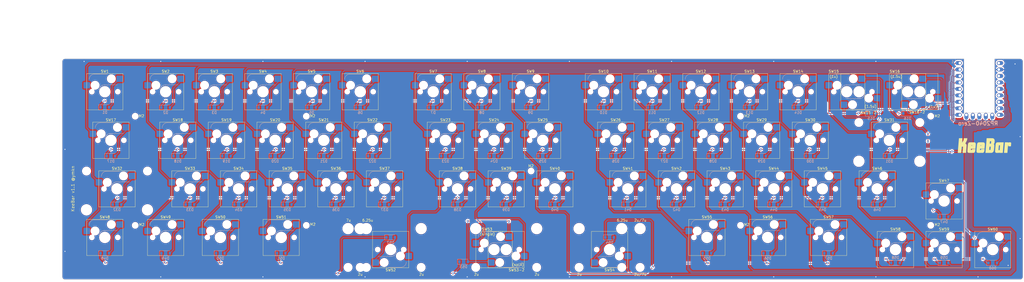
<source format=kicad_pcb>
(kicad_pcb (version 20221018) (generator pcbnew)
  (title_block (title "KeeBar PCB") (date "2023-12-29") (rev "v1.1") (company "@ymkn"))
  (layers (0 "F.Cu" signal) (31 "B.Cu" signal) (34 "B.Paste" user) (35 "F.Paste" user) (36 "B.SilkS" user "B.Silkscreen") (37 "F.SilkS" user "F.Silkscreen") (38 "B.Mask" user) (39 "F.Mask" user) (44 "Edge.Cuts" user))
  (net 0 "")
  (net 1 "ROW0")
  (net 2 "Net-(D1-A)")
  (net 3 "Net-(D2-A)")
  (net 4 "Net-(D3-A)")
  (net 5 "Net-(D4-A)")
  (net 6 "Net-(D5-A)")
  (net 7 "Net-(D6-A)")
  (net 8 "Net-(D7-A)")
  (net 9 "Net-(D8-A)")
  (net 10 "Net-(D9-A)")
  (net 11 "Net-(D10-A)")
  (net 12 "Net-(D11-A)")
  (net 13 "Net-(D12-A)")
  (net 14 "Net-(D13-A)")
  (net 15 "Net-(D14-A)")
  (net 16 "Net-(D15-A)")
  (net 17 "ROW1")
  (net 18 "Net-(D16-A)")
  (net 19 "Net-(D17-A)")
  (net 20 "Net-(D18-A)")
  (net 21 "Net-(D19-A)")
  (net 22 "Net-(D20-A)")
  (net 23 "Net-(D21-A)")
  (net 24 "Net-(D22-A)")
  (net 25 "Net-(D23-A)")
  (net 26 "Net-(D24-A)")
  (net 27 "Net-(D25-A)")
  (net 28 "Net-(D26-A)")
  (net 29 "Net-(D27-A)")
  (net 30 "Net-(D28-A)")
  (net 31 "Net-(D29-A)")
  (net 32 "Net-(D30-A)")
  (net 33 "ROW2")
  (net 34 "Net-(D31-A)")
  (net 35 "Net-(D32-A)")
  (net 36 "Net-(D33-A)")
  (net 37 "Net-(D34-A)")
  (net 38 "Net-(D35-A)")
  (net 39 "Net-(D36-A)")
  (net 40 "Net-(D37-A)")
  (net 41 "Net-(D38-A)")
  (net 42 "Net-(D39-A)")
  (net 43 "Net-(D40-A)")
  (net 44 "Net-(D41-A)")
  (net 45 "Net-(D42-A)")
  (net 46 "Net-(D43-A)")
  (net 47 "Net-(D44-A)")
  (net 48 "Net-(D45-A)")
  (net 49 "ROW3")
  (net 50 "Net-(D46-A)")
  (net 51 "Net-(D47-A)")
  (net 52 "Net-(D48-A)")
  (net 53 "Net-(D49-A)")
  (net 54 "Net-(D50-A)")
  (net 55 "Net-(D51-A)")
  (net 56 "Net-(D52-A)")
  (net 57 "Net-(D53-A)")
  (net 58 "Net-(D54-A)")
  (net 59 "Net-(D55-A)")
  (net 60 "Net-(D56-A)")
  (net 61 "Net-(D57-A)")
  (net 62 "Net-(D58-A)")
  (net 63 "Net-(D59-A)")
  (net 64 "Net-(D60-A)")
  (net 65 "COL0")
  (net 66 "COL1")
  (net 67 "COL2")
  (net 68 "COL3")
  (net 69 "COL4")
  (net 70 "COL5")
  (net 71 "COL6")
  (net 72 "COL7")
  (net 73 "COL8")
  (net 74 "COL9")
  (net 75 "COL10")
  (net 76 "COL11")
  (net 77 "COL12")
  (net 78 "COL13")
  (net 79 "COL14")
  (net 80 "GND")
  (net 82 "COL15")
  (footprint "PCM_Switch_Keyboard_Hotswap_Kailh:SW_Hotswap_Kailh_MX_1.25u" (layer "F.Cu") (at 273.84375 109.5375)
    (fp_text reference "SW55")
    (fp_text value "SW_Push")
  )
  (footprint "kbd_Hole:m2_Screw_Hole" (layer "F.Cu") (at 361.5 62)
    (fp_text reference "M2_4")
    (fp_text value "Val**")
  )
  (footprint "PCM_Switch_Keyboard_Hotswap_Kailh:SW_Hotswap_Kailh_MX_1.00u" (layer "F.Cu") (at 314.325 71.4375)
    (fp_text reference "SW30")
    (fp_text value "SW_Push")
  )
  (footprint "PCM_Switch_Keyboard_Hotswap_Kailh:SW_Hotswap_Kailh_MX_1.00u" (layer "F.Cu") (at 119.0625 52.3875)
    (fp_text reference "SW5")
    (fp_text value "SW_Push")
  )
  (footprint "PCM_Switch_Keyboard_Hotswap_Kailh:SW_Hotswap_Kailh_MX_1.00u" (layer "F.Cu") (at 276.225 71.4375)
    (fp_text reference "SW28")
    (fp_text value "SW_Push")
  )
  (footprint "PCM_Switch_Keyboard_Hotswap_Kailh:SW_Hotswap_Kailh_MX_2.00u" (layer "F.Cu") (at 195.2625 114.3 180)
    (fp_text reference "SW53-2")
    (fp_text value "SW_Push")
  )
  (footprint "PCM_Switch_Keyboard_Hotswap_Kailh:SW_Hotswap_Kailh_MX_1.25u" (layer "F.Cu") (at 340.51875 90.4875)
    (fp_text reference "SW46")
    (fp_text value "SW_Push")
  )
  (footprint "PCM_Switch_Keyboard_Hotswap_Kailh:SW_Hotswap_Kailh_MX_1.50u" (layer "F.Cu") (at 352.425 52.3875)
    (fp_text reference "SW16")
    (fp_text value "SW_Push")
  )
  (footprint "PCM_Switch_Keyboard_Hotswap_Kailh:SW_Hotswap_Kailh_MX_1.00u" (layer "F.Cu") (at 209.55 71.4375)
    (fp_text reference "SW25")
    (fp_text value "SW_Push")
  )
  (footprint "kbd_Hole:m2_Screw_Hole" (layer "F.Cu") (at 117 62)
    (fp_text reference "M2_2")
    (fp_text value "Val**")
  )
  (footprint "kbd_Hole:m2_Screw_Hole" (layer "F.Cu") (at 287 104.8)
    (fp_text reference "M2_8")
    (fp_text value "Val**")
  )
  (footprint "PCM_Switch_Keyboard_Hotswap_Kailh:SW_Hotswap_Kailh_MX_1.00u" (layer "F.Cu") (at 147.6375 90.4875)
    (fp_text reference "SW37")
    (fp_text value "SW_Push")
  )
  (footprint "PCM_Switch_Keyboard_Hotswap_Kailh:SW_Hotswap_Kailh_MX_7.00u" (layer "F.Cu") (at 190.5 114.3)
    (fp_text reference "SW53")
    (fp_text value "SW_Push")
  )
  (footprint "PCM_Mounting_Keyboard_Stabilizer:Stabilizer_Cherry_MX_2.00u" (layer "F.Cu") (at 345.28125 71.4375)
    (fp_text reference "")
    (fp_text value "Stabilizer_Cherry_MX_2.00u")
  )
  (footprint "PCM_Switch_Keyboard_Hotswap_Kailh:SW_Hotswap_Kailh_MX_1.00u" (layer "F.Cu") (at 309.5625 52.3875)
    (fp_text reference "SW14")
    (fp_text value "SW_Push")
  )
  (footprint "kbd_Hole:m2_Screw_Hole" (layer "F.Cu") (at 50 62)
    (fp_text reference "M2_1")
    (fp_text value "Val**")
  )
  (footprint "PCM_Switch_Keyboard_Hotswap_Kailh:SW_Hotswap_Kailh_MX_1.00u" (layer "F.Cu") (at 366.7125 114.3)
    (fp_text reference "SW59")
    (fp_text value "SW_Push")
  )
  (footprint "PCM_Switch_Keyboard_Hotswap_Kailh:SW_Hotswap_Kailh_MX_1.00u" (layer "F.Cu") (at 214.3125 90.4875)
    (fp_text reference "SW40")
    (fp_text value "SW_Push")
  )
  (footprint "PCM_Switch_Keyboard_Hotswap_Kailh:SW_Hotswap_Kailh_MX_1.25u" (layer "F.Cu") (at 297.65625 109.5375)
    (fp_text reference "SW56")
    (fp_text value "SW_Push")
  )
  (footprint "PCM_Switch_Keyboard_Hotswap_Kailh:SW_Hotswap_Kailh_MX_1.00u" (layer "F.Cu") (at 233.3625 52.3875)
    (fp_text reference "SW10")
    (fp_text value "SW_Push")
  )
  (footprint "PCM_Switch_Keyboard_Hotswap_Kailh:SW_Hotswap_Kailh_MX_1.00u" (layer "F.Cu") (at 104.775 71.4375)
    (fp_text reference "SW20")
    (fp_text value "SW_Push")
  )
  (footprint "PCM_Switch_Keyboard_Hotswap_Kailh:SW_Hotswap_Kailh_MX_1.00u" (layer "F.Cu") (at 295.275 71.4375)
    (fp_text reference "SW29")
    (fp_text value "SW_Push")
  )
  (footprint "PCM_Mounting_Keyboard_Stabilizer:Stabilizer_Cherry_MX_2.00u" (layer "F.Cu") (at 235.74375 114.3 180)
    (fp_text reference "")
    (fp_text value "Stabilizer_Cherry_MX_2.00u")
  )
  (footprint "PCM_Switch_Keyboard_Hotswap_Kailh:SW_Hotswap_Kailh_MX_1.00u" (layer "F.Cu") (at 90.4875 90.4875)
    (fp_text reference "SW34")
    (fp_text value "SW_Push")
  )
  (footprint "PCM_Switch_Keyboard_Hotswap_Kailh:SW_Hotswap_Kailh_MX_2.00u" (layer "F.Cu") (at 42.8625 90.4875)
    (fp_text reference "SW32")
    (fp_text value "SW_Push")
  )
  (footprint "PCM_Switch_Keyboard_Hotswap_Kailh:SW_Hotswap_Kailh_MX_1.50u" (layer "F.Cu") (at 38.1 52.3875)
    (fp_text reference "SW1")
    (fp_text value "SW_Push")
  )
  (footprint "PCM_Switch_Keyboard_Hotswap_Kailh:SW_Hotswap_Kailh_MX_1.00u" (layer "F.Cu") (at 300.0375 90.4875)
    (fp_text reference "SW44")
    (fp_text value "SW_Push")
  )
  (footprint "PCM_Mounting_Keyboard_Stabilizer:Stabilizer_Cherry_MX_6.25u" (layer "F.Cu") (at 190.5 114.3 180)
    (fp_text reference "")
    (fp_text value "Stabilizer_Cherry_MX_6.25u")
  )
  (footprint "PCM_Switch_Keyboard_Hotswap_Kailh:SW_Hotswap_Kailh_MX_1.00u" (layer "F.Cu") (at 195.2625 90.4875)
    (fp_text reference "SW39")
    (fp_text value "SW_Push")
  )
  (footprint "PCM_Switch_Keyboard_Hotswap_Kailh:SW_Hotswap_Kailh_MX_1.00u" (layer "F.Cu") (at 123.825 71.4375)
    (fp_text reference "SW21")
    (fp_text value "SW_Push")
  )
  (footprint "PCM_Switch_Keyboard_Hotswap_Kailh:SW_Hotswap_Kailh_MX_1.00u" (layer "F.Cu") (at 347.6625 114.3)
    (fp_text reference "SW58")
    (fp_text value "SW_Push")
  )
  (footprint "PCM_Mounting_Keyboard_Stabilizer:Stabilizer_Cherry_MX_7.00u" (layer "F.Cu") (at 190.5 114.3 180)
    (fp_text reference "")
    (fp_text value "Stabilizer_Cherry_MX_7.00u")
  )
  (footprint "PCM_Switch_Keyboard_Hotswap_Kailh:SW_Hotswap_Kailh_MX_1.00u" (layer "F.Cu") (at 328.6125 52.3875)
    (fp_text reference "SW15")
    (fp_text value "SW_Push")
  )
  (footprint "PCM_Switch_Keyboard_Hotswap_Kailh:SW_Hotswap_Kailh_MX_1.00u" (layer "F.Cu") (at 85.725 71.4375)
    (fp_text reference "SW19")
    (fp_text value "SW_Push")
  )
  (footprint "PCM_Switch_Keyboard_Hotswap_Kailh:SW_Hotswap_Kailh_MX_1.00u" (layer "F.Cu") (at 61.9125 109.5375)
    (fp_text reference "SW49")
    (fp_text value "SW_Push")
  )
  (footprint "PCM_Mounting_Keyboard_Stabilizer:Stabilizer_Cherry_MX_2.00u" (layer "F.Cu") (at 42.8625 90.4875)
    (fp_text reference "")
    (fp_text value "Stabilizer_Cherry_MX_2.00u")
  )
  (footprint "PCM_Switch_Keyboard_Hotswap_Kailh:SW_Hotswap_Kailh_MX_1.00u" (layer "F.Cu") (at 71.4375 90.4875)
    (fp_text reference "SW33")
    (fp_text value "SW_Push")
  )
  (footprint "PCM_Switch_Keyboard_Hotswap_Kailh:SW_Hotswap_Kailh_MX_1.50u" (layer "F.Cu") (at 333.4 52.3875 180)
    (fp_text reference "SW15-2")
    (fp_text value "SW_Push")
  )
  (footprint "PCM_Switch_Keyboard_Hotswap_Kailh:SW_Hotswap_Kailh_MX_1.00u" (layer "F.Cu") (at 185.7375 52.3875)
    (fp_text reference "SW8")
    (fp_text value "SW_Push")
  )
  (footprint "PCM_Switch_Keyboard_Hotswap_Kailh:SW_Hotswap_Kailh_MX_1.25u" (layer "F.Cu") (at 83.34375 109.5375)
    (fp_text reference "SW50")
    (fp_text value "SW_Push")
  )
  (footprint "PCM_Switch_Keyboard_Hotswap_Kailh:SW_Hotswap_Kailh_MX_1.00u" (layer "F.Cu") (at 238.125 71.4375)
    (fp_text reference "SW26")
    (fp_text value "SW_Push")
  )
  (footprint "PCM_Switch_Keyboard_Hotswap_Kailh:SW_Hotswap_Kailh_MX_1.00u" (layer "F.Cu") (at 366.7125 95.25)
    (fp_text reference "SW47")
    (fp_text value "SW_Push")
  )
  (footprint "PCM_Switch_Keyboard_Hotswap_Kailh:SW_Hotswap_Kailh_MX_1.00u" (layer "F.Cu") (at 257.175 71.4375)
    (fp_text reference "SW27")
    (fp_text value "SW_Push")
  )
  (footprint "PCM_Switch_Keyboard_Hotswap_Kailh:SW_Hotswap_Kailh_MX_1.00u" (layer "F.Cu") (at 138.1125 52.3875)
    (fp_text reference "SW6")
    (fp_text value "SW_Push")
  )
  (footprint "PCM_Mounting_Keyboard_Stabilizer:Stabilizer_Cherry_MX_2.00u" (layer "F.Cu") (at 195.2625 114.3 180)
    (fp_text reference "")
    (fp_text value "Stabilizer_Cherry_MX_2.00u")
  )
  (footprint "PCM_Mounting_Keyboard_Stabilizer:Stabilizer_Cherry_MX_2.00u" (layer "F.Cu") (at 150.01875 114.3 180)
    (fp_text reference "")
    (fp_text value "Stabilizer_Cherry_MX_2.00u")
  )
  (footprint "PCM_Switch_Keyboard_Hotswap_Kailh:SW_Hotswap_Kailh_MX_1.00u" (layer "F.Cu") (at 142.875 71.4375)
    (fp_text reference "SW22")
    (fp_text value "SW_Push")
  )
  (footprint "PCM_Switch_Keyboard_Hotswap_Kailh:SW_Hotswap_Kailh_MX_2.25u" (layer "F.Cu") (at 235.74375 114.3 180)
    (fp_text reference "SW54")
    (fp_text value "SW_Push")
  )
  (footprint "PCM_Switch_Keyboard_Hotswap_Kailh:SW_Hotswap_Kailh_MX_1.00u" (layer "F.Cu") (at 357.2125 52.3875 180)
    (fp_text reference "SW16-2")
    (fp_text value "SW_Push")
  )
  (footprint "PCM_Switch_Keyboard_Hotswap_Kailh:SW_Hotswap_Kailh_MX_1.00u" (layer "F.Cu") (at 204.7875 52.3875)
    (fp_text reference "SW9")
    (fp_text value "SW_Push")
  )
  (footprint "PCM_Switch_Keyboard_Hotswap_Kailh:SW_Hotswap_Kailh_MX_1.00u" (layer "F.Cu") (at 190.5 71.4375)
    (fp_text reference "SW24")
    (fp_text value "SW_Push")
  )
  (footprint "kbd_Hole:m2_Screw_Hole" (layer "F.Cu") (at 205 83.5)
    (fp_text reference "M2_5")
    (fp_text value "Val**")
  )
  (footprint "PCM_Switch_Keyboard_Hotswap_Kailh:SW_Hotswap_Kailh_MX_1.00u" (layer "F.Cu") (at 385.7625 114.3)
    (fp_text reference "SW60")
    (fp_text value "SW_Push")
  )
  (footprint "PCM_Switch_Keyboard_Hotswap_Kailh:SW_Hotswap_Kailh_MX_1.00u" (layer "F.Cu") (at 166.6875 52.3875)
    (fp_text reference "SW7")
    (fp_text value "SW_Push")
  )
  (footprint "PCM_Switch_Keyboard_Hotswap_Kailh:SW_Hotswap_Kailh_MX_1.00u" (layer "F.Cu") (at 261.9375 90.4875)
    (fp_text reference "SW42")
    (fp_text value "SW_Push")
  )
  (footprint "kbd_Hole:m2_Screw_Hole" (layer "F.Cu") (at 117 104.8)
    (fp_text reference "M2_7")
    (fp_text value "Val**")
  )
  (footprint "PCM_Switch_Keyboard_Hotswap_Kailh:SW_Hotswap_Kailh_MX_1.00u" (layer "F.Cu") (at 242.8875 90.4875)
    (fp_text reference "SW41")
    (fp_text value "SW_Push")
  )
  (footprint "PCM_Switch_Keyboard_Hotswap_Kailh:SW_Hotswap_Kailh_MX_1.00u" (layer "F.Cu") (at 100.0125 52.3875)
    (fp_text reference "SW4")
    (fp_text value "SW_Push")
  )
  (footprint "logo:keebar-logo" (layer "F.Cu") (at 382.5 73.5)
    (fp_text reference "")
    (fp_text value "LOGO" hide)
  )
  (footprint "PCM_Switch_Keyboard_Hotswap_Kailh:SW_Hotswap_Kailh_MX_1.00u" (layer "F.Cu") (at 252.4125 52.3875)
    (fp_text reference "SW11")
    (fp_text value "SW_Push")
  )
  (footprint "PCM_Switch_Keyboard_Hotswap_Kailh:SW_Hotswap_Kailh_MX_1.00u" (layer "F.Cu") (at 280.9875 90.4875)
    (fp_text reference "SW43")
    (fp_text value "SW_Push")
  )
  (footprint "PCM_Switch_Keyboard_Hotswap_Kailh:SW_Hotswap_Kailh_MX_1.50u" (layer "F.Cu") (at 38.1 109.5375)
    (fp_text reference "SW48")
    (fp_text value "SW_Push")
  )
  (footprint "PCM_Switch_Keyboard_Hotswap_Kailh:SW_Hotswap_Kailh_MX_1.00u" (layer "F.Cu") (at 61.9125 52.3875)
    (fp_text reference "SW2")
    (fp_text value "SW_Push")
  )
  (footprint "PCM_Switch_Keyboard_Hotswap_Kailh:SW_Hotswap_Kailh_MX_1.25u" (layer "F.Cu") (at 107.15625 109.5375)
    (fp_text reference "SW51")
    (fp_text value "SW_Push")
  )
  (footprint "PCM_Switch_Keyboard_Hotswap_Kailh:SW_Hotswap_Kailh_MX_1.00u" (layer "F.Cu") (at 128.5875 90.4875)
    (fp_text reference "SW36")
    (fp_text value "SW_Push")
  )
  (footprint "PCM_Switch_Keyboard_Hotswap_Kailh:SW_Hotswap_Kailh_MX_2.75u" (layer "F.Cu") (at 150.01875 114.3 180)
    (fp_text reference "SW52")
    (fp_text value "SW_Push")
  )
  (footprint "PCM_Switch_Keyboard_Hotswap_Kailh:SW_Hotswap_Kailh_MX_1.00u" (layer "F.Cu") (at 171.45 71.4375)
    (fp_text reference "SW23")
    (fp_text value "SW_Push")
  )
  (footprint "PCM_Switch_Keyboard_Hotswap_Kailh:SW_Hotswap_Kailh_MX_1.00u" (layer "F.Cu") (at 319.0875 90.4875)
    (fp_text reference "SW45")
    (fp_text value "SW_Push")
  )
  (footprint "PCM_Switch_Keyboard_Hotswap_Kailh:SW_Hotswap_Kailh_MX_1.00u" (layer "F.Cu") (at 109.5375 90.4875)
    (fp_text reference "SW35")
    (fp_text value "SW_Push")
  )
  (footprint "PCM_Switch_Keyboard_Hotswap_Kailh:SW_Hotswap_Kailh_MX_1.00u" (layer "F.Cu") (at 80.9625 52.3875)
    (fp_text reference "SW3")
    (fp_text value "SW_Push")
  )
  (footprint "PCM_Switch_Keyboard_Hotswap_Kailh:SW_Hotswap_Kailh_MX_1.00u" (layer "F.Cu") (at 271.4625 52.3875)
    (fp_text reference "SW12")
    (fp_text value "SW_Push")
  )
  (footprint "PCM_Switch_Keyboard_Hotswap_Kailh:SW_Hotswap_Kailh_MX_1.00u" (layer "F.Cu") (at 290.5125 52.3875)
    (fp_text reference "SW13")
    (fp_text value "SW_Push")
  )
  (footprint "PCM_Switch_Keyboard_Hotswap_Kailh:SW_Hotswap_Kailh_MX_1.75u" (layer "F.Cu") (at 40.48125 71.4375)
    (fp_text reference "SW17")
    (fp_text value "SW_Push")
  )
  (footprint "PCM_Switch_Keyboard_Hotswap_Kailh:SW_Hotswap_Kailh_MX_1.00u" (layer "F.Cu") (at 66.675 71.4375)
    (fp_text reference "SW18")
    (fp_text value "SW_Push")
  )
  (footprint "kbd_Hole:m2_Screw_Hole" (layer "F.Cu") (at 361.5 104.8)
    (fp_text reference "M2_9")
    (fp_text value "Val**")
  )
  (footprint "PCM_Switch_Keyboard_Hotswap_Kailh:SW_Hotswap_Kailh_MX_1.25u" (layer "F.Cu") (at 321.46875 109.5375)
    (fp_text reference "SW57")
    (fp_text value "SW_Push")
  )
  (footprint "PCM_Switch_Keyboard_Hotswap_Kailh:SW_Hotswap_Kailh_MX_1.00u" (layer "F.Cu") (at 176.2125 90.4875)
    (fp_text reference "SW38")
    (fp_text value "SW_Push")
  )
  (footprint "PCM_Switch_Keyboard_Hotswap_Kailh:SW_Hotswap_Kailh_MX_2.25u" (layer "F.Cu") (at 345.28125 71.4375)
    (fp_text reference "SW31")
    (fp_text value "SW_Push")
  )
  (footprint "kbd_Hole:m2_Screw_Hole" (layer "F.Cu") (at 287 62)
    (fp_text reference "M2_3")
    (fp_text value "Val**")
  )
  (footprint "kbd_Hole:m2_Screw_Hole" (layer "F.Cu") (at 50 104.8)
    (fp_text reference "M2_6")
    (fp_text value "Val**")
  )
  (footprint "Diode_SMD:D_SOD-123" (layer "B.Cu") (at 83.34375 115.72875)
    (fp_text reference "D50")
    (fp_text value "1N4148W")
  )
  (footprint "Diode_SMD:D_SOD-123" (layer "B.Cu") (at 273.84375 115.72875)
    (fp_text reference "D55")
    (fp_text value "1N4148W")
  )
  (footprint "Diode_SMD:D_SOD-123" (layer "B.Cu") (at 314.325 77.62875)
    (fp_text reference "D30")
    (fp_text value "1N4148W")
  )
  (footprint "Diode_SMD:D_SOD-123" (layer "B.Cu") (at 178.59375 119.0625)
    (fp_text reference "D53")
    (fp_text value "1N4148W")
  )
  (footprint "Diode_SMD:D_SOD-123" (layer "B.Cu") (at 185.7375 58.57875)
    (fp_text reference "D8")
    (fp_text value "1N4148W")
  )
  (footprint "Diode_SMD:D_SOD-123" (layer "B.Cu") (at 280.9875 96.67875)
    (fp_text reference "D43")
    (fp_text value "1N4148W")
  )
  (footprint "Diode_SMD:D_SOD-123" (layer "B.Cu") (at 142.875 77.62875)
    (fp_text reference "D22")
    (fp_text value "1N4148W")
  )
  (footprint "Diode_SMD:D_SOD-123" (layer "B.Cu") (at 276.225 77.62875)
    (fp_text reference "D28")
    (fp_text value "1N4148W")
  )
  (footprint "Diode_SMD:D_SOD-123" (layer "B.Cu") (at 61.9125 58.57875)
    (fp_text reference "D2")
    (fp_text value "1N4148W")
  )
  (footprint "Diode_SMD:D_SOD-123" (layer "B.Cu") (at 297.65625 115.72875)
    (fp_text reference "D56")
    (fp_text value "1N4148W")
  )
  (footprint "Diode_SMD:D_SOD-123" (layer "B.Cu") (at 166.6875 58.57875)
    (fp_text reference "D7")
    (fp_text value "1N4148W")
  )
  (footprint "Diode_SMD:D_SOD-123" (layer "B.Cu") (at 107.15625 115.72875)
    (fp_text reference "D51")
    (fp_text value "1N4148W")
  )
  (footprint "Diode_SMD:D_SOD-123" (layer "B.Cu") (at 366.7125 101.44125)
    (fp_text reference "D47")
    (fp_text value "1N4148W")
  )
  (footprint "Diode_SMD:D_SOD-123" (layer "B.Cu") (at 171.45 77.62875)
    (fp_text reference "D23")
    (fp_text value "1N4148W")
  )
  (footprint "Diode_SMD:D_SOD-123" (layer "B.Cu") (at 66.675 77.62875)
    (fp_text reference "D18")
    (fp_text value "1N4148W")
  )
  (footprint "Diode_SMD:D_SOD-123" (layer "B.Cu") (at 338.2 60.9)
    (fp_text reference "D15")
    (fp_text value "1N4148W")
  )
  (footprint "Diode_SMD:D_SOD-123" (layer "B.Cu") (at 80.9625 58.57875)
    (fp_text reference "D3")
    (fp_text value "1N4148W")
  )
  (footprint "Diode_SMD:D_SOD-123" (layer "B.Cu") (at 300.0375 96.67875)
    (fp_text reference "D44")
    (fp_text value "1N4148W")
  )
  (footprint "Diode_SMD:D_SOD-123" (layer "B.Cu") (at 271.4625 58.57875)
    (fp_text reference "D12")
    (fp_text value "1N4148W")
  )
  (footprint "Diode_SMD:D_SOD-123" (layer "B.Cu") (at 38.1 115.72875)
    (fp_text reference "D48")
    (fp_text value "1N4148W")
  )
  (footprint "Diode_SMD:D_SOD-123" (layer "B.Cu") (at 100.0125 58.57875)
    (fp_text reference "D4")
    (fp_text value "1N4148W")
  )
  (footprint "Diode_SMD:D_SOD-123" (layer "B.Cu") (at 204.7875 58.57875)
    (fp_text reference "D9")
    (fp_text value "1N4148W")
  )
  (footprint "Diode_SMD:D_SOD-123" (layer "B.Cu") (at 128.5875 96.67875)
    (fp_text reference "D36")
    (fp_text value "1N4148W")
  )
  (footprint "Diode_SMD:D_SOD-123" (layer "B.Cu") (at 290.5125 58.57875)
    (fp_text reference "D13")
    (fp_text value "1N4148W")
  )
  (footprint "Diode_SMD:D_SOD-123" (layer "B.Cu") (at 150.01875 109.5375)
    (fp_text reference "D52")
    (fp_text value "1N4148W")
  )
  (footprint "Diode_SMD:D_SOD-123" (layer "B.Cu") (at 366.7125 119.5)
    (fp_text reference "D59")
    (fp_text value "1N4148W")
  )
  (footprint "Diode_SMD:D_SOD-123" (layer "B.Cu") (at 261.9375 96.67875)
    (fp_text reference "D42")
    (fp_text value "1N4148W")
  )
  (footprint "Diode_SMD:D_SOD-123" (layer "B.Cu") (at 109.5375 96.67875)
    (fp_text reference "D35")
    (fp_text value "1N4148W")
  )
  (footprint "Diode_SMD:D_SOD-123" (layer "B.Cu") (at 90.4875 96.67875)
    (fp_text reference "D34")
    (fp_text value "1N4148W")
  )
  (footprint "Diode_SMD:D_SOD-123" (layer "B.Cu") (at 138.1125 58.57875)
    (fp_text reference "D6")
    (fp_text value "1N4148W")
  )
  (footprint "Diode_SMD:D_SOD-123" (layer "B.Cu") (at 340.51875 96.67875)
    (fp_text reference "D46")
    (fp_text value "1N4148W")
  )
  (footprint "Diode_SMD:D_SOD-123" (layer "B.Cu") (at 147.6375 96.67875)
    (fp_text reference "D37")
    (fp_text value "1N4148W")
  )
  (footprint "Diode_SMD:D_SOD-123" (layer "B.Cu") (at 214.3125 96.67875)
    (fp_text reference "D40")
    (fp_text value "1N4148W")
  )
  (footprint "Diode_SMD:D_SOD-123" (layer "B.Cu") (at 352.4 60.9)
    (fp_text reference "D16")
    (fp_text value "1N4148W")
  )
  (footprint "Diode_SMD:D_SOD-123" (layer "B.Cu") (at 321.46875 115.72875)
    (fp_text reference "D57")
    (fp_text value "1N4148W")
  )
  (footprint "Diode_SMD:D_SOD-123" (layer "B.Cu") (at 61.9125 115.72875)
    (fp_text reference "D49")
    (fp_text value "1N4148W")
  )
  (footprint "Diode_SMD:D_SOD-123" (layer "B.Cu") (at 238.125 77.62875)
    (fp_text reference "D26")
    (fp_text value "1N4148W")
  )
  (footprint "Diode_SMD:D_SOD-123" (layer "B.Cu") (at 195.2625 96.67875)
    (fp_text reference "D39")
    (fp_text value "1N4148W")
  )
  (footprint "Diode_SMD:D_SOD-123" (layer "B.Cu") (at 209.55 77.62875)
    (fp_text reference "D25")
    (fp_text value "1N4148W")
  )
  (footprint "Diode_SMD:D_SOD-123" (layer "B.Cu") (at 309.5625 58.57875)
    (fp_text reference "D14")
    (fp_text value "1N4148W")
  )
  (footprint "Diode_SMD:D_SOD-123" (layer "B.Cu") (at 235.74375 109.5375)
    (fp_text reference "D54")
    (fp_text value "1N4148W")
  )
  (footprint "Diode_SMD:D_SOD-123" (layer "B.Cu") (at 38.1 58.5)
    (fp_text reference "D1")
    (fp_text value "1N4148W")
  )
  (footprint "Diode_SMD:D_SOD-123" (layer "B.Cu") (at 123.825 77.62875)
    (fp_text reference "D21")
    (fp_text value "1N4148W")
  )
  (footprint "Diode_SMD:D_SOD-123" (layer "B.Cu") (at 295.275 77.62875)
    (fp_text reference "D29")
    (fp_text value "1N4148W")
  )
  (footprint "Diode_SMD:D_SOD-123" (layer "B.Cu") (at 242.8875 96.67875)
    (fp_text reference "D41")
    (fp_text value "1N4148W")
  )
  (footprint "Diode_SMD:D_SOD-123" (layer "B.Cu") (at 233.3625 58.57875)
    (fp_text reference "D10")
    (fp_text value "1N4148W")
  )
  (footprint "Diode_SMD:D_SOD-123" (layer "B.Cu") (at 347.6625 119.5)
    (fp_text reference "D58")
    (fp_text value "1N4148W")
  )
  (footprint "Diode_SMD:D_SOD-123" (layer "B.Cu") (at 71.4375 96.67875)
    (fp_text reference "D33")
    (fp_text value "1N4148W")
  )
  (footprint "Diode_SMD:D_SOD-123" (layer "B.Cu") (at 345.28125 77.62875)
    (fp_text reference "D31")
    (fp_text value "1N4148W")
  )
  (footprint "Diode_SMD:D_SOD-123" (layer "B.Cu") (at 119.0625 58.57875)
    (fp_text reference "D5")
    (fp_text value "1N4148W")
  )
  (footprint "Diode_SMD:D_SOD-123" (layer "B.Cu") (at 190.5 77.62875)
    (fp_text reference "D24")
    (fp_text value "1N4148W")
  )
  (footprint "Diode_SMD:D_SOD-123" (layer "B.Cu") (at 104.775 77.62875)
    (fp_text reference "D20")
    (fp_text value "1N4148W")
  )
  (footprint "Diode_SMD:D_SOD-123" (layer "B.Cu") (at 176.2125 96.67875)
    (fp_text reference "D38")
    (fp_text value "1N4148W")
  )
  (footprint "Diode_SMD:D_SOD-123" (layer "B.Cu") (at 42.8625 96.67875)
    (fp_text reference "D32")
    (fp_text value "1N4148W")
  )
  (footprint "Diode_SMD:D_SOD-123" (layer "B.Cu") (at 252.4125 58.57875)
    (fp_text reference "D11")
    (fp_text value "1N4148W")
  )
  (footprint "Diode_SMD:D_SOD-123" (layer "B.Cu") (at 85.725 77.62875)
    (fp_text reference "D19")
    (fp_text value "1N4148W")
  )
  (footprint "mcu:rp2040-zero-tht" (layer "B.Cu") (at 380.5 51.3 180)
    (fp_text reference "U1" hide)
    (fp_text value "rp2040-zero" hide)
  )
  (footprint "Diode_SMD:D_SOD-123" (layer "B.Cu") (at 257.175 77.62875)
    (fp_text reference "D27")
    (fp_text value "1N4148W")
  )
  (footprint "Diode_SMD:D_SOD-123" (layer "B.Cu") (at 40.48125 77.62875)
    (fp_text reference "D17")
    (fp_text value "1N4148W")
  )
  (footprint "Diode_SMD:D_SOD-123" (layer "B.Cu") (at 319.0875 96.67875)
    (fp_text reference "D45")
    (fp_text value "1N4148W")
  )
  (footprint "Diode_SMD:D_SOD-123" (layer "B.Cu") (at 385.7625 119.53875)
    (fp_text reference "D60")
    (fp_text value "1N4148W")
  )
  (gr_line (start 22.5 39.5) (end 374.5 39.5) (stroke (width 0.1)) (layer "Edge.Cuts"))
  (gr_arc (start 396.5 39.5) (mid 397.207107 39.792893) (end 397.5 40.5) (stroke (width 0.1)) (layer "Edge.Cuts"))
  (gr_arc (start 21.5 40.5) (mid 21.792893 39.792893) (end 22.5 39.5) (stroke (width 0.1)) (layer "Edge.Cuts"))
  (gr_line (start 386.5 39.5) (end 396.5 39.5) (stroke (width 0.1)) (layer "Edge.Cuts"))
  (gr_arc (start 397.5 125) (mid 397.207107 125.707107) (end 396.5 126) (stroke (width 0.1)) (layer "Edge.Cuts"))
  (gr_line (start 397.5 40.5) (end 397.5 125) (stroke (width 0.1)) (layer "Edge.Cuts"))
  (gr_line (start 374.5 39.5) (end 374.5 60.55) (stroke (width 0.1)) (layer "Edge.Cuts"))
  (gr_arc (start 22.5 126) (mid 21.792893 125.707107) (end 21.5 125) (stroke (width 0.1)) (layer "Edge.Cuts"))
  (gr_line (start 374.5 39.5) (end 374.5 39.5) (stroke (width 0.1)) (layer "Edge.Cuts"))
  (gr_line (start 374.5 39.5) (end 374.5 39.5) (stroke (width 0.1)) (layer "Edge.Cuts"))
  (gr_line (start 21.5 125) (end 21.5 40.5) (stroke (width 0.1)) (layer "Edge.Cuts"))
  (gr_line (start 374.5 60.55) (end 386.5 60.55) (stroke (width 0.1)) (layer "Edge.Cuts"))
  (gr_line (start 386.5 60.55) (end 386.5 39.5) (stroke (width 0.1)) (layer "Edge.Cuts"))
  (gr_line (start 396.5 126) (end 22.5 126) (stroke (width 0.1)) (layer "Edge.Cuts"))
  (gr_text "1" (at 370.6 41.2) (layer "B.SilkS") (effects (font (size 1 1)) (justify left bottom mirror)))
  (gr_text "RP2040-Zero" (at 388 65.7) (layer "B.SilkS") (effects (font (size 1.5 1.5) (thickness 0.3) bold) (justify left bottom mirror)))
  (gr_text "(1.5u)" (at 335.5 58.7) (layer "F.SilkS") (effects (font (size 1 1)) (justify left bottom)))
  (gr_text "7u" (at 132.5 103.4) (layer "F.SilkS") (effects (font (size 1 1)) (justify left bottom)))
  (gr_text "2u/7u" (at 245.3 124.6) (layer "F.SilkS") (effects (font (size 1 1)) (justify left bottom)))
  (gr_text "(1.5u)" (at 345.6 47) (layer "F.SilkS") (effects (font (size 1 1)) (justify left bottom)))
  (gr_text "(single)" (at 184.9 108.8) (layer "F.SilkS") (effects (font (size 1 1)) (justify left bottom)))
  (gr_text "2u" (at 137.1 124.6) (layer "F.SilkS") (effects (font (size 1 1)) (justify left bottom)))
  (gr_text "(1u)" (at 360.7 58.8) (layer "F.SilkS") (effects (font (size 1 1)) (justify left bottom)))
  (gr_text "M2" (at 288.4 62.5) (layer "F.SilkS") (effects (font (size 1 1)) (justify left bottom)))
  (gr_text "M2" (at 51.4 105.1) (layer "F.SilkS") (effects (font (size 1 1)) (justify left bottom)))
  (gr_text "M2" (at 288.3 105.1) (layer "F.SilkS") (effects (font (size 1 1)) (justify left bottom)))
  (gr_text "2u/7u" (at 245.3 103.4) (layer "F.SilkS") (effects (font (size 1 1)) (justify left bottom)))
  (gr_text "2u" (at 206.3 124.6) (layer "F.SilkS") (effects (font (size 1 1)) (justify left bottom)))
  (gr_text "2u" (at 182.6 124.6) (layer "F.SilkS") (effects (font (size 1 1)) (justify left bottom)))
  (gr_text "(1u)" (at 321.8 47) (layer "F.SilkS") (effects (font (size 1 1)) (justify left bottom)))
  (gr_text "KeeBar v1.1 @ymkn" (at 26.3 99.5 90) (layer "F.SilkS") (effects (font (size 1.2 1.2)) (justify left bottom)))
  (gr_text "2u" (at 222.9 124.6) (layer "F.SilkS") (effects (font (size 1 1)) (justify left bottom)))
  (gr_text "M2" (at 362.9 105.1) (layer "F.SilkS") (effects (font (size 1 1)) (justify left bottom)))
  (gr_text "2u" (at 161.1 124.6) (layer "F.SilkS") (effects (font (size 1 1)) (justify left bottom)))
  (gr_text "M2" (at 118.4 105) (layer "F.SilkS") (effects (font (size 1 1)) (justify left bottom)))
  (gr_text "6.25u" (at 238.5 103.4) (layer "F.SilkS") (effects (font (size 1 1)) (justify left bottom)))
  (gr_text "M2" (at 362.9 62.5) (layer "F.SilkS") (effects (font (size 1 1)) (justify left bottom)))
  (gr_text "M2" (at 118.3 62.5) (layer "F.SilkS") (effects (font (size 1 1)) (justify left bottom)))
  (gr_text "M2" (at 203.8 82.1) (layer "F.SilkS") (effects (font (size 1 1)) (justify left bottom)))
  (gr_text "M2" (at 51.3 62.5) (layer "F.SilkS") (effects (font (size 1 1)) (justify left bottom)))
  (gr_text "6.25u" (at 138.8 103.4) (layer "F.SilkS") (effects (font (size 1 1)) (justify left bottom)))
  (gr_text "(split)" (at 197.5 120.8) (layer "F.SilkS") (effects (font (size 1 1)) (justify left bottom)))
  (segment (start 62 56) (end 319.9 56) (width 0.25) (layer "F.Cu") (net 1))
  (segment (start 370.5 41.8) (end 370.96 41.34) (width 0.25) (layer "F.Cu") (net 1))
  (segment (start 320.7 60.4) (end 321.2 60.9) (width 0.25) (layer "F.Cu") (net 1))
  (segment (start 370.96 41.34) (end 372.88 41.34) (width 0.25) (layer "F.Cu") (net 1))
  (segment (start 361.712006 56.9) (end 368.6 56.9) (width 0.25) (layer "F.Cu") (net 1))
  (segment (start 321.2 60.9) (end 333.1 60.9) (width 0.25) (layer "F.Cu") (net 1))
  (segment (start 370.5 43.663604) (end 370.5 41.8) (width 0.25) (layer "F.Cu") (net 1))
  (segment (start 62 56) (end 38 56) (width 0.25) (layer "F.Cu") (net 1))
  (segment (start 369.6 46.427208) (end 370.05 45.977208) (width 0.25) (layer "F.Cu") (net 1))
  (segment (start 369.6 48.290812) (end 369.6 46.427208) (width 0.25) (layer "F.Cu") (net 1))
  (segment (start 319.9 56) (end 320.7 56.8) (width 0.25) (layer "F.Cu") (net 1))
  (segment (start 370.05 44.113604) (end 370.5 43.663604) (width 0.25) (layer "F.Cu") (net 1))
  (segment (start 347.4675 59.3675) (end 334.9325 59.3675) (width 0.25) (layer "F.Cu") (net 1))
  (segment (start 347.3 59.3675) (end 359.244506 59.3675) (width 0.25) (layer "F.Cu") (net 1))
  (segment (start 368.6 56.9) (end 369.15 56.35) (width 0.25) (layer "F.Cu") (net 1))
  (segment (start 333.4 60.9) (end 333.1 60.9) (width 0.25) (layer "F.Cu") (net 1))
  (segment (start 320.7 56.8) (end 320.7 60.4) (width 0.25) (layer "F.Cu") (net 1))
  (segment (start 370.05 45.977208) (end 370.05 44.113604) (width 0.25) (layer "F.Cu") (net 1))
  (segment (start 333 61) (end 333.1 60.9) (width 0.25) (layer "F.Cu") (net 1))
  (segment (start 359.244506 59.3675) (end 361.712006 56.9) (width 0.25) (layer "F.Cu") (net 1))
  (segment (start 349 60.9) (end 347.4675 59.3675) (width 0.25) (layer "F.Cu") (net 1))
  (segment (start 333.1 61.1) (end 333 61.2) (width 0.25) (layer "F.Cu") (net 1))
  (segment (start 334.9325 59.3675) (end 333.4 60.9) (width 0.25) (layer "F.Cu") (net 1))
  (segment (start 369.15 48.740812) (end 369.6 48.290812) (width 0.25) (layer "F.Cu") (net 1))
  (segment (start 369.15 56.35) (end 369.15 48.740812) (width 0.25) (layer "F.Cu") (net 1))
  (segment (start 333.1 60.9) (end 333.1 61.1) (width 0.25) (layer "F.Cu") (net 1))
  (via (at 333.1 60.9) (size 0.8) (drill 0.4) (layers "F.Cu" "B.Cu") (net 1))
  (via (at 100 56) (size 0.8) (drill 0.4) (layers "F.Cu" "B.Cu") (net 1))
  (via (at 38 56) (size 0.8) (drill 0.4) (layers "F.Cu" "B.Cu") (net 1))
  (via (at 138 56) (size 0.8) (drill 0.4) (layers "F.Cu" "B.Cu") (net 1))
  (via (at 166.5 56) (size 0.8) (drill 0.4) (layers "F.Cu" "B.Cu") (net 1))
  (via (at 349 60.9) (size 0.8) (drill 0.4) (layers "F.Cu" "B.Cu") (net 1))
  (via (at 309.5625 56) (size 0.8) (drill 0.4) (layers "F.Cu" "B.Cu") (net 1))
  (via (at 81 56) (size 0.8) (drill 0.4) (layers "F.Cu" "B.Cu") (net 1))
  (via (at 271.5 56) (size 0.8) (drill 0.4) (layers "F.Cu" "B.Cu") (net 1))
  (via (at 252.5 56) (size 0.8) (drill 0.4) (layers "F.Cu" "B.Cu") (net 1))
  (via (at 62 56) (size 0.8) (drill 0.4) (layers "F.Cu" "B.Cu") (net 1))
  (via (at 205 56) (size 0.8) (drill 0.4) (layers "F.Cu" "B.Cu") (net 1))
  (via (at 119.53875 56) (size 0.8) (drill 0.4) (layers "F.Cu" "B.Cu") (net 1))
  (via (at 290.5 56) (size 0.8) (drill 0.4) (layers "F.Cu" "B.Cu") (net 1))
  (via (at 233.5 56) (size 0.8) (drill 0.4) (layers "F.Cu" "B.Cu") (net 1))
  (via (at 185.5 56) (size 0.8) (drill 0.4) (layers "F.Cu" "B.Cu") (net 1))
  (segment (start 269.8125 58.57875) (end 269.8125 57.6875) (width 0.25) (layer "B.Cu") (net 1))
  (segment (start 98.3625 58.57875) (end 98.3625 57.6375) (width 0.25) (layer "B.Cu") (net 1))
  (segment (start 185.5 56) (end 184.0875 57.4125) (width 0.25) (layer "B.Cu") (net 1))
  (segment (start 231.7125 58.57875) (end 231.7125 57.7875) (width 0.25) (layer "B.Cu") (net 1))
  (segment (start 79.3125 58.57875) (end 79.3125 57.6875) (width 0.25) (layer "B.Cu") (net 1))
  (segment (start 307.9125 57.65) (end 309.5625 56) (width 0.25) (layer "B.Cu") (net 1))
  (segment (start 60.2625 58.57875) (end 60.2625 57.7375) (width 0.25) (layer "B.Cu") (net 1))
  (segment (start 250.7625 58.57875) (end 250.7625 57.7375) (width 0.25) (layer "B.Cu") (net 1))
  (segment (start 138 56) (end 136.4625 57.5375) (width 0.25) (layer "B.Cu") (net 1))
  (segment (start 307.9125 58.57875) (end 307.9125 57.65) (width 0.25) (layer "B.Cu") (net 1))
  (segment (start 288.8625 58.57875) (end 288.8625 57.6375) (width 0.25) (layer "B.Cu") (net 1))
  (segment (start 165.0375 57.4625) (end 165.0375 58.57875) (width 0.25) (layer "B.Cu") (net 1))
  (segment (start 60.2625 57.7375) (end 62 56) (width 0.25) (layer "B.Cu") (net 1))
  (segment (start 166.5 56) (end 165.0375 57.4625) (width 0.25) (layer "B.Cu") (net 1))
  (segment (start 119.53875 56) (end 119.26 56) (width 0.25) (layer "B.Cu") (net 1))
  (segment (start 250.7625 57.7375) (end 252.5 56) (width 0.25) (layer "B.Cu") (net 1))
  (segment (start 119.26 56) (end 117.4125 57.8475) (width 0.25) (layer "B.Cu") (net 1))
  (segment (start 136.4625 57.5375) (end 136.4625 58.57875) (width 0.25) (layer "B.Cu") (net 1))
  (segment (start 38 56) (end 36.45 57.55) (width 0.25) (layer "B.Cu") (net 1))
  (segment (start 288.8625 57.6375) (end 290.5 56) (width 0.25) (layer "B.Cu") (net 1))
  (segment (start 269.8125 57.6875) (end 271.5 56) (width 0.25) (layer "B.Cu") (net 1))
  (segment (start 333.1 60.9) (end 336.55 60.9) (width 0.25) (layer "B.Cu") (net 1))
  (segment (start 203.1375 57.8625) (end 205 56) (width 0.25) (layer "B.Cu") (net 1))
  (segment (start 98.3625 57.6375) (end 100 56) (width 0.25) (layer "B.Cu") (net 1))
  (segment (start 36.45 57.55) (end 36.45 58.5) (width 0.25) (layer "B.Cu") (net 1))
  (segment (start 349 60.9) (end 350.75 60.9) (width 0.25) (layer "B.Cu") (net 1))
  (segment (start 79.3125 57.6875) (end 81 56) (width 0.25) (layer "B.Cu") (net 1))
  (segment (start 117.4125 57.8475) (end 117.4125 58.57875) (width 0.25) (layer "B.Cu") (net 1))
  (segment (start 231.7125 57.7875) (end 233.5 56) (width 0.25) (layer "B.Cu") (net 1))
  (segment (start 184.0875 57.4125) (end 184.0875 58.57875) (width 0.25) (layer "B.Cu") (net 1))
  (segment (start 203.1375 58.57875) (end 203.1375 57.8625) (width 0.25) (layer "B.Cu") (net 1))
  (segment (start 41 50.2495) (end 41 57.25) (width 0.25) (layer "B.Cu") (net 2))
  (segment (start 43.942 47.3075) (end 41 50.2495) (width 0.25) (layer "B.Cu") (net 2))
  (segment (start 41 57.25) (end 39.75 58.5) (width 0.25) (layer "B.Cu") (net 2))
  (segment (start 65 57.14125) (end 63.5625 58.57875) (width 0.25) (layer "B.Cu") (net 3))
  (segment (start 65 51) (end 65 57.14125) (width 0.25) (layer "B.Cu") (net 3))
  (segment (start 67.7545 47.3075) (end 67.7545 48.2455) (width 0.25) (layer "B.Cu") (net 3))
  (segment (start 67.7545 48.2455) (end 65 51) (width 0.25) (layer "B.Cu") (net 3))
  (segment (start 84 57.19125) (end 82.6125 58.57875) (width 0.25) (layer "B.Cu") (net 4))
  (segment (start 86.8045 48.1955) (end 84 51) (width 0.25) (layer "B.Cu") (net 4))
  (segment (start 86.8045 47.3075) (end 86.8045 48.1955) (width 0.25) (layer "B.Cu") (net 4))
  (segment (start 84 51) (end 84 57.19125) (width 0.25) (layer "B.Cu") (net 4))
  (segment (start 105.8545 48.6455) (end 103 51.5) (width 0.25) (layer "B.Cu") (net 5))
  (segment (start 103 57.24125) (end 101.6625 58.57875) (width 0.25) (layer "B.Cu") (net 5))
  (segment (start 103 51.5) (end 103 57.24125) (width 0.25) (layer "B.Cu") (net 5))
  (segment (start 105.8545 47.3075) (end 105.8545 48.6455) (width 0.25) (layer "B.Cu") (net 5))
  (segment (start 124.9045 47.97425) (end 122.39625 50.4825) (width 0.25) (layer "B.Cu") (net 6))
  (segment (start 122.39625 50.4825) (end 122.39625 56.895) (width 0.25) (layer "B.Cu") (net 6))
  (segment (start 124.9045 47.3075) (end 124.9045 47.97425) (width 0.25) (layer "B.Cu") (net 6))
  (segment (start 122.39625 56.895) (end 120.7125 58.57875) (width 0.25) (layer "B.Cu") (net 6))
  (segment (start 141 51) (end 141 57.34125) (width 0.25) (layer "B.Cu") (net 7))
  (segment (start 143.9545 48.0455) (end 141 51) (width 0.25) (layer "B.Cu") (net 7))
  (segment (start 141 57.34125) (end 139.7625 58.57875) (width 0.25) (layer "B.Cu") (net 7))
  (segment (start 143.9545 47.3075) (end 143.9545 48.0455) (width 0.25) (layer "B.Cu") (net 7))
  (segment (start 172.5295 47.3075) (end 172.5295 48.4705) (width 0.25) (layer "B.Cu") (net 8))
  (segment (start 170 51) (end 170 56.91625) (width 0.25) (layer "B.Cu") (net 8))
  (segment (start 170 56.91625) (end 168.3375 58.57875) (width 0.25) (layer "B.Cu") (net 8))
  (segment (start 172.5295 48.4705) (end 170 51) (width 0.25) (layer "B.Cu") (net 8))
  (segment (start 191.5795 47.3075) (end 191.5795 48.4205) (width 0.25) (layer "B.Cu") (net 9))
  (segment (start 189 56.96625) (end 187.3875 58.57875) (width 0.25) (layer "B.Cu") (net 9))
  (segment (start 189 51) (end 189 56.96625) (width 0.25) (layer "B.Cu") (net 9))
  (segment (start 191.5795 48.4205) (end 189 51) (width 0.25) (layer "B.Cu") (net 9))
  (segment (start 210.6295 47.3075) (end 210.6295 48.3705) (width 0.25) (layer "B.Cu") (net 10))
  (segment (start 208 57.01625) (end 206.4375 58.57875) (width 0.25) (layer "B.Cu") (net 10))
  (segment (start 208 51) (end 208 57.01625) (width 0.25) (layer "B.Cu") (net 10))
  (segment (start 210.6295 48.3705) (end 208 51) (width 0.25) (layer "B.Cu") (net 10))
  (segment (start 239.2045 47.3075) (end 239.2045 48.2955) (width 0.25) (layer "B.Cu") (net 11))
  (segment (start 236.5 57.09125) (end 235.0125 58.57875) (width 0.25) (layer "B.Cu") (net 11))
  (segment (start 236.5 51) (end 236.5 57.09125) (width 0.25) (layer "B.Cu") (net 11))
  (segment (start 239.2045 48.2955) (end 236.5 51) (width 0.25) (layer "B.Cu") (net 11))
  (segment (start 258.2545 48.7455) (end 255.5 51.5) (width 0.25) (layer "B.Cu") (net 12))
  (segment (start 258.2545 47.3075) (end 258.2545 48.7455) (width 0.25) (layer "B.Cu") (net 12))
  (segment (start 255.5 51.5) (end 255.5 57.14125) (width 0.25) (layer "B.Cu") (net 12))
  (segment (start 255.5 57.14125) (end 254.0625 58.57875) (width 0.25) (layer "B.Cu") (net 12))
  (segment (start 274.5 51) (end 274.5 57.19125) (width 0.25) (layer "B.Cu") (net 13))
  (segment (start 274.5 57.19125) (end 273.1125 58.57875) (width 0.25) (layer "B.Cu") (net 13))
  (segment (start 277.3045 47.3075) (end 277.3045 48.1955) (width 0.25) (layer "B.Cu") (net 13))
  (segment (start 277.3045 48.1955) (end 274.5 51) (width 0.25) (layer "B.Cu") (net 13))
  (segment (start 293.5 57.24125) (end 292.1625 58.57875) (width 0.25) (layer "B.Cu") (net 14))
  (segment (start 296.3545 48.1455) (end 293.5 51) (width 0.25) (layer "B.Cu") (net 14))
  (segment (start 296.3545 47.3075) (end 296.3545 48.1455) (width 0.25) (layer "B.Cu") (net 14))
  (segment (start 293.5 51) (end 293.5 57.24125) (width 0.25) (layer "B.Cu") (net 14))
  (segment (start 315.4045 47.3075) (end 315.4045 48.4505) (width 0.25) (layer "B.Cu") (net 15))
  (segment (start 312.89625 50.95875) (end 312.89625 57.129055) (width 0.25) (layer "B.Cu") (net 15))
  (segment (start 315.4045 48.4505) (end 312.89625 50.95875) (width 0.25) (layer "B.Cu") (net 15))
  (segment (start 312.89625 57.129055) (end 311.446555 58.57875) (width 0.25) (layer "B.Cu") (net 15))
  (segment (start 311.446555 58.57875) (end 311.2125 58.57875) (width 0.25) (layer "B.Cu") (net 15))
  (segment (start 334.4545 47.3075) (end 341.5075 47.3075) (width 0.25) (layer "B.Cu") (net 16))
  (segment (start 342.3 60.5) (end 341.9 60.9) (width 0.25) (layer "B.Cu") (net 16))
  (segment (start 327.03125 57.66875) (end 327.03125 58.55) (width 0.25) (layer "B.Cu") (net 16))
  (segment (start 327.558 61.658) (end 328.2 62.3) (width 0.25) (layer "B.Cu") (net 16))
  (segment (start 339.85 61.95) (end 339.85 60.9) (width 0.25) (layer "B.Cu") (net 16))
  (segment (start 328.2 62.3) (end 339.5 62.3) (width 0.25) (layer "B.Cu") (net 16))
  (segment (start 341.9 60.9) (end 339.85 60.9) (width 0.25) (layer "B.Cu") (net 16))
  (segment (start 327.558 57.4675) (end 327.558 61.658) (width 0.25) (layer "B.Cu") (net 16))
  (segment (start 341.5075 47.3075) (end 342.3 48.1) (width 0.25) (layer "B.Cu") (net 16))
  (segment (start 342.3 48.1) (end 342.3 60.5) (width 0.25) (layer "B.Cu") (net 16))
  (segment (start 339.5 62.3) (end 339.85 61.95) (width 0.25) (layer "B.Cu") (net 16))
  (segment (start 345.5 75) (end 314 75) (width 0.25) (layer "F.Cu") (net 17))
  (segment (start 171.5 75) (end 143 75) (width 0.25) (layer "F.Cu") (net 17))
  (segment (start 86 75) (end 66.5 75) (width 0.25) (layer "F.Cu") (net 17))
  (segment (start 66.5 75) (end 40.5 75) (width 0.25) (layer "F.Cu") (net 17))
  (segment (start 370.5 44.3) (end 370.5 46.163604) (width 0.25) (layer "F.Cu") (net 17))
  (segment (start 238 75) (end 209.5 75) (width 0.25) (layer "F.Cu") (net 17))
  (segment (start 370.05 48.477208) (end 369.6 48.927208) (width 0.25) (layer "F.Cu") (net 17))
  (segment (start 370.05 46.613604) (end 370.05 48.477208) (width 0.25) (layer "F.Cu") (net 17))
  (segment (start 370.5 46.163604) (end 370.05 46.613604) (width 0.25) (layer "F.Cu") (net 17))
  (segment (start 367.6 65.201903) (end 367.6 74.763604) (width 0.25) (layer "F.Cu") (net 17))
  (segment (start 257 75) (end 238 75) (width 0.25) (layer "F.Cu") (net 17))
  (segment (start 314 75) (end 295 75) (width 0.25) (layer "F.Cu") (net 17))
  (segment (start 124 75) (end 105 75) (width 0.25) (layer "F.Cu") (net 17))
  (segment (start 367.6 74.763604) (end 367.363604 75) (width 0.25) (layer "F.Cu") (net 17))
  (segment (start 369.6 63.201903) (end 367.6 65.201903) (width 0.25) (layer "F.Cu") (net 17))
  (segment (start 295 75) (end 276 75) (width 0.25) (layer "F.Cu") (net 17))
  (segment (start 209.5 75) (end 190.5 75) (width 0.25) (layer "F.Cu") (net 17))
  (segment (start 372.88 43.88) (end 370.92 43.88) (width 0.25) (layer "F.Cu") (net 17))
  (segment (start 276 75) (end 257 75) (width 0.25) (layer "F.Cu") (net 17))
  (segment (start 367.363604 75) (end 345.5 75) (width 0.25) (layer "F.Cu") (net 17))
  (segment (start 190.5 75) (end 171.5 75) (width 0.25) (layer "F.Cu") (net 17))
  (segment (start 369.6 48.927208) (end 369.6 63.201903) (width 0.25) (layer "F.Cu") (net 17))
  (segment (start 370.92 43.88) (end 370.5 44.3) (width 0.25) (layer "F.Cu") (net 17))
  (segment (start 143 75) (end 124 75) (width 0.25) (layer "F.Cu") (net 17))
  (segment (start 105 75) (end 86 75) (width 0.25) (layer "F.Cu") (net 17))
  (via (at 86 75) (size 0.8) (drill 0.4) (layers "F.Cu" "B.Cu") (net 17))
  (via (at 190.5 75) (size 0.8) (drill 0.4) (layers "F.Cu" "B.Cu") (net 17))
  (via (at 238 75) (size 0.8) (drill 0.4) (layers "F.Cu" "B.Cu") (net 17))
  (via (at 257 75) (size 0.8) (drill 0.4) (layers "F.Cu" "B.Cu") (net 17))
  (via (at 314 75) (size 0.8) (drill 0.4) (layers "F.Cu" "B.Cu") (net 17))
  (via (at 124 75) (size 0.8) (drill 0.4) (layers "F.Cu" "B.Cu") (net 17))
  (via (at 276 75) (size 0.8) (drill 0.4) (layers "F.Cu" "B.Cu") (net 17))
  (via (at 143 75) (size 0.8) (drill 0.4) (layers "F.Cu" "B.Cu") (net 17))
  (via (at 171.5 75) (size 0.8) (drill 0.4) (layers "F.Cu" "B.Cu") (net 17))
  (via (at 209.5 75) (size 0.8) (drill 0.4) (layers "F.Cu" "B.Cu") (net 17))
  (via (at 66.5 75) (size 0.8) (drill 0.4) (layers "F.Cu" "B.Cu") (net 17))
  (via (at 40.5 75) (size 0.8) (drill 0.4) (layers "F.Cu" "B.Cu") (net 17))
  (via (at 105 75) (size 0.8) (drill 0.4) (layers "F.Cu" "B.Cu") (net 17))
  (via (at 345.5 75) (size 0.8) (drill 0.4) (layers "F.Cu" "B.Cu") (net 17))
  (via (at 295 75) (size 0.8) (drill 0.4) (layers "F.Cu" "B.Cu") (net 17))
  (segment (start 103.125 76.875) (end 105 75) (width 0.25) (layer "B.Cu") (net 17))
  (segment (start 274.575 77.62875) (end 274.575 76.425) (width 0.25) (layer "B.Cu") (net 17))
  (segment (start 169.8 77.62875) (end 169.8 76.7) (width 0.25) (layer "B.Cu") (net 17))
  (segment (start 122.175 76.825) (end 124 75) (width 0.25) (layer "B.Cu") (net 17))
  (segment (start 255.525 77.62875) (end 255.525 76.475) (width 0.25) (layer "B.Cu") (net 17))
  (segment (start 236.475 77.62875) (end 236.475 76.525) (width 0.25) (layer "B.Cu") (net 17))
  (segment (start 65.025 77.62875) (end 65.025 76.475) (width 0.25) (layer "B.Cu") (net 17))
  (segment (start 141.225 76.775) (end 143 75) (width 0.25) (layer "B.Cu") (net 17))
  (segment (start 38.83125 76.66875) (end 40.5 75) (width 0.25) (layer "B.Cu") (net 17))
  (segment (start 169.8 76.7) (end 171.5 75) (width 0.25) (layer "B.Cu") (net 17))
  (segment (start 255.525 76.475) (end 257 75) (width 0.25) (layer "B.Cu") (net 17))
  (segment (start 274.575 76.425) (end 276 75) (width 0.25) (layer "B.Cu") (net 17))
  (segment (start 236.475 76.525) (end 238 75) (width 0.25) (layer "B.Cu") (net 17))
  (segment (start 84.075 76.925) (end 86 75) (width 0.25) (layer "B.Cu") (net 17))
  (segment (start 84.075 77.62875) (end 84.075 76.925) (width 0.25) (layer "B.Cu") (net 17))
  (segment (start 103.125 77.62875) (end 103.125 76.875) (width 0.25) (layer "B.Cu") (net 17))
  (segment (start 312.675 77.62875) (end 312.675 76.325) (width 0.25) (layer "B.Cu") (net 17))
  (segment (start 293.625 76.375) (end 295 75) (width 0.25) (layer "B.Cu") (net 17))
  (segment (start 188.85 77.62875) (end 188.85 76.65) (width 0.25) (layer "B.Cu") (net 17))
  (segment (start 207.9 76.6) (end 209.5 75) (width 0.25) (layer "B.Cu") (net 17))
  (segment (start 343.63125 77.62875) (end 343.63125 76.86875) (width 0.25) (layer "B.Cu") (net 17))
  (segment (start 65.025 76.475) (end 66.5 75) (width 0.25) (layer "B.Cu") (net 17))
  (segment (start 38.83125 77.62875) (end 38.83125 76.66875) (width 0.25) (layer "B.Cu") (net 17))
  (segment (start 293.625 77.62875) (end 293.625 76.375) (width 0.25) (layer "B.Cu") (net 17))
  (segment (start 207.9 77.62875) (end 207.9 76.6) (width 0.25) (layer "B.Cu") (net 17))
  (segment (start 122.175 77.62875) (end 122.175 76.825) (width 0.25) (layer "B.Cu") (net 17))
  (segment (start 141.225 77.62875) (end 141.225 76.775) (width 0.25) (layer "B.Cu") (net 17))
  (segment (start 343.63125 76.86875) (end 345.5 75) (width 0.25) (layer "B.Cu") (net 17))
  (segment (start 312.675 76.325) (end 314 75) (width 0.25) (layer "B.Cu") (net 17))
  (segment (start 188.85 76.65) (end 190.5 75) (width 0.25) (layer "B.Cu") (net 17))
  (segment (start 352.4 60.5) (end 352.8 60.9) (width 0.25) (layer "B.Cu") (net 18))
  (segment (start 351.3455 57.4675) (end 352.4 58.522) (width 0.25) (layer "B.Cu") (net 18))
  (segment (start 365.2 58.8) (end 358.2 58.8) (width 0.25) (layer "B.Cu") (net 18))
  (segment (start 358.2 58.8) (end 356.1 60.9) (width 0.25) (layer "B.Cu") (net 18))
  (segment (start 365.9 47.7) (end 365.9 58.1) (width 0.25) (layer "B.Cu") (net 18))
  (segment (start 365.5075 47.3075) (end 365.9 47.7) (width 0.25) (layer "B.Cu") (net 18))
  (segment (start 356.1 60.9) (end 354.05 60.9) (width 0.25) (layer "B.Cu") (net 18))
  (segment (start 365.9 58.1) (end 365.2 58.8) (width 0.25) (layer "B.Cu") (net 18))
  (segment (start 352.8 60.9) (end 354.05 60.9) (width 0.25) (layer "B.Cu") (net 18))
  (segment (start 350.9 58.5225) (end 350.84375 58.57875) (width 0.25) (layer "B.Cu") (net 18))
  (segment (start 352.4 58.522) (end 352.4 60.5) (width 0.25) (layer "B.Cu") (net 18))
  (segment (start 358.267 47.3075) (end 365.5075 47.3075) (width 0.25) (layer "B.Cu") (net 18))
  (segment (start 43.5 76.26) (end 42.13125 77.62875) (width 0.25) (layer "B.Cu") (net 19))
  (segment (start 43.5 70.5) (end 43.5 76.26) (width 0.25) (layer "B.Cu") (net 19))
  (segment (start 46.32325 66.3575) (end 46.32325 67.67675) (width 0.25) (layer "B.Cu") (net 19))
  (segment (start 46.32325 67.67675) (end 43.5 70.5) (width 0.25) (layer "B.Cu") (net 19))
  (segment (start 69.5 70.5) (end 69.5 76.45375) (width 0.25) (layer "B.Cu") (net 20))
  (segment (start 69.5 76.45375) (end 68.325 77.62875) (width 0.25) (layer "B.Cu") (net 20))
  (segment (start 72.517 66.3575) (end 72.517 67.483) (width 0.25) (layer "B.Cu") (net 20))
  (segment (start 72.517 67.483) (end 69.5 70.5) (width 0.25) (layer "B.Cu") (net 20))
  (segment (start 89 70) (end 89 76.00375) (width 0.25) (layer "B.Cu") (net 21))
  (segment (start 91.567 66.3575) (end 91.567 67.433) (width 0.25) (layer "B.Cu") (net 21))
  (segment (start 89 76.00375) (end 87.375 77.62875) (width 0.25) (layer "B.Cu") (net 21))
  (segment (start 91.567 67.433) (end 89 70) (width 0.25) (layer "B.Cu") (net 21))
  (segment (start 108 70) (end 108 76.05375) (width 0.25) (layer "B.Cu") (net 22))
  (segment (start 110.617 66.3575) (end 110.617 67.383) (width 0.25) (layer "B.Cu") (net 22))
  (segment (start 110.617 67.383) (end 108 70) (width 0.25) (layer "B.Cu") (net 22))
  (segment (start 108 76.05375) (end 106.425 77.62875) (width 0.25) (layer "B.Cu") (net 22))
  (segment (start 129.667 66.3575) (end 129.667 67.333) (width 0.25) (layer "B.Cu") (net 23))
  (segment (start 129.667 67.333) (end 127 70) (width 0.25) (layer "B.Cu") (net 23))
  (segment (start 127 70) (end 127 76.10375) (width 0.25) (layer "B.Cu") (net 23))
  (segment (start 127 76.10375) (end 125.475 77.62875) (width 0.25) (layer "B.Cu") (net 23))
  (segment (start 148.717 66.3575) (end 148.717 67.283) (width 0.25) (layer "B.Cu") (net 24))
  (segment (start 148.717 67.283) (end 146 70) (width 0.25) (layer "B.Cu") (net 24))
  (segment (start 146 76.15375) (end 144.525 77.62875) (width 0.25) (layer "B.Cu") (net 24))
  (segment (start 146 70) (end 146 76.15375) (width 0.25) (layer "B.Cu") (net 24))
  (segment (start 174.5 70) (end 174.5 76.22875) (width 0.25) (layer "B.Cu") (net 25))
  (segment (start 177.292 66.3575) (end 177.292 67.208) (width 0.25) (layer "B.Cu") (net 25))
  (segment (start 174.5 76.22875) (end 173.1 77.62875) (width 0.25) (layer "B.Cu") (net 25))
  (segment (start 177.292 67.208) (end 174.5 70) (width 0.25) (layer "B.Cu") (net 25))
  (segment (start 193.5 70) (end 193.5 76.27875) (width 0.25) (layer "B.Cu") (net 26))
  (segment (start 196.342 66.3575) (end 196.342 67.158) (width 0.25) (layer "B.Cu") (net 26))
  (segment (start 193.5 76.27875) (end 192.15 77.62875) (width 0.25) (layer "B.Cu") (net 26))
  (segment (start 196.342 67.158) (end 193.5 70) (width 0.25) (layer "B.Cu") (net 26))
  (segment (start 212.5 76.32875) (end 211.2 77.62875) (width 0.25) (layer "B.Cu") (net 27))
  (segment (start 215.392 66.3575) (end 215.392 67.108) (width 0.25) (layer "B.Cu") (net 27))
  (segment (start 215.392 67.108) (end 212.5 70) (width 0.25) (layer "B.Cu") (net 27))
  (segment (start 212.5 70) (end 212.5 76.32875) (width 0.25) (layer "B.Cu") (net 27))
  (segment (start 243.967 67.533) (end 241.5 70) (width 0.25) (layer "B.Cu") (net 28))
  (segment (start 241.5 75.90375) (end 239.775 77.62875) (width 0.25) (layer "B.Cu") (net 28))
  (segment (start 243.967 66.3575) (end 243.967 67.533) (width 0.25) (layer "B.Cu") (net 28))
  (segment (start 241.5 70) (end 241.5 75.90375) (width 0.25) (layer "B.Cu") (net 28))
  (segment (start 263.017 66.3575) (end 263.017 67.483) (width 0.25) (layer "B.Cu") (net 29))
  (segment (start 263.017 67.483) (end 260.5 70) (width 0.25) (layer "B.Cu") (net 29))
  (segment (start 260.5 75.95375) (end 258.825 77.62875) (width 0.25) (layer "B.Cu") (net 29))
  (segment (start 260.5 70) (end 260.5 75.95375) (width 0.25) (layer "B.Cu") (net 29))
  (segment (start 282.067 66.3575) (end 282.067 67.433) (width 0.25) (layer "B.Cu") (net 30))
  (segment (start 279.5 70) (end 279.5 76.00375) (width 0.25) (layer "B.Cu") (net 30))
  (segment (start 279.5 76.00375) (end 277.875 77.62875) (width 0.25) (layer "B.Cu") (net 30))
  (segment (start 282.067 67.433) (end 279.5 70) (width 0.25) (layer "B.Cu") (net 30))
  (segment (start 301.117 67.383) (end 298.5 70) (width 0.25) (layer "B.Cu") (net 31))
  (segment (start 298.5 76.05375) (end 296.925 77.62875) (width 0.25) (layer "B.Cu") (net 31))
  (segment (start 298.5 70) (end 298.5 76.05375) (width 0.25) (layer "B.Cu") (net 31))
  (segment (start 301.117 66.3575) (end 301.117 67.383) (width 0.25) (layer "B.Cu") (net 31))
  (segment (start 320.167 66.833) (end 317.5 69.5) (width 0.25) (layer "B.Cu") (net 32))
  (segment (start 317.5 69.5) (end 317.5 76.10375) (width 0.25) (layer "B.Cu") (net 32))
  (segment (start 317.5 76.10375) (end 315.975 77.62875) (width 0.25) (layer "B.Cu") (net 32))
  (segment (start 320.167 66.3575) (end 320.167 66.833) (width 0.25) (layer "B.Cu") (net 32))
  (segment (start 350 94) (end 300 94) (width 0.25) (layer "F.Cu") (net 33))
  (segment (start 367.55 75.45) (end 353.05 75.45) (width 0.25) (layer "F.Cu") (net 33))
  (segment (start 350 94) (end 357.5 94) (width 0.25) (layer "F.Cu") (net 33))
  (segment (start 300 94) (end 281 94) (width 0.25) (layer "F.Cu") (net 33))
  (segment (start 370.05 63.388299) (end 368.05 65.388299) (width 0.25) (layer "F.Cu") (net 33))
  (segment (start 370.5 48.663604) (end 370.05 49.113604) (width 0.25) (layer "F.Cu") (net 33))
  (segment (start 128.5 94) (end 109.5 94) (width 0.25) (layer "F.Cu") (net 33))
  (segment (start 351.5 77) (end 351.5 92.5) (width 0.25) (layer "F.Cu") (net 33))
  (segment (start 370.88 46.42) (end 370.5 46.8) (width 0.25) (layer "F.Cu") (net 33))
  (segment (start 370.5 46.8) (end 370.5 48.663604) (width 0.25) (layer "F.Cu") (net 33))
  (segment (start 195.5 94) (end 147.5 94) (width 0.25) (layer "F.Cu") (net 33))
  (segment (start 351.5 92.5) (end 350 94) (width 0.25) (layer "F.Cu") (net 33))
  (segment (start 370.05 49.113604) (end 370.05 63.388299) (width 0.25) (layer "F.Cu") (net 33))
  (segment (start 372.88 46.42) (end 370.88 46.42) (width 0.25) (layer "F.Cu") (net 33))
  (segment (start 109.5 94) (end 71.5 94) (width 0.25) (layer "F.Cu") (net 33))
  (segment (start 214.5 94) (end 195.5 94) (width 0.25) (layer "F.Cu") (net 33))
  (segment (start 147.5 94) (end 128.5 94) (width 0.25) (layer "F.Cu") (net 33))
  (segment (start 71.5 94) (end 43 94) (width 0.25) (layer "F.Cu") (net 33))
  (segment (start 353.05 75.45) (end 351.5 77) (width 0.25) (layer "F.Cu") (net 33))
  (segment (start 262 94) (end 214.5 94) (width 0.25) (layer "F.Cu") (net 33))
  (segment (start 368.05 65.388299) (end 368.05 74.95) (width 0.25) (layer "F.Cu") (net 33))
  (segment (start 281 94) (end 262 94) (width 0.25) (layer "F.Cu") (net 33))
  (segment (start 368.05 74.95) (end 367.55 75.45) (width 0.25) (layer "F.Cu") (net 33))
  (segment (start 357.5 94) (end 362.5 99) (width 0.25) (layer "F.Cu") (net 33))
  (via (at 242.5 94) (size 0.8) (drill 0.4) (layers "F.Cu" "B.Cu") (net 33))
  (via (at 340.5 94) (size 0.8) (drill 0.4) (layers "F.Cu" "B.Cu") (net 33))
  (via (at 128.5 94) (size 0.8) (drill 0.4) (layers "F.Cu" "B.Cu") (net 33))
  (via (at 109.5 94) (size 0.8) (drill 0.4) (layers "F.Cu" "B.Cu") (net 33))
  (via (at 281 94) (size 0.8) (drill 0.4) (layers "F.Cu" "B.Cu") (net 33))
  (via (at 43 94) (size 0.8) (drill 0.4) (layers "F.Cu" "B.Cu") (net 33))
  (via (at 90.5 94) (size 0.8) (drill 0.4) (layers "F.Cu" "B.Cu") (net 33))
  (via (at 362.5 99) (size 0.8) (drill 0.4) (layers "F.Cu" "B.Cu") (net 33))
  (via (at 176.2125 93.82125) (size 0.8) (drill 0.4) (layers "F.Cu" "B.Cu") (net 33))
  (via (at 300 94) (size 0.8) (drill 0.4) (layers "F.Cu" "B.Cu") (net 33))
  (via (at 71.5 94) (size 0.8) (drill 0.4) (layers "F.Cu" "B.Cu") (net 33))
  (via (at 214.5 94) (size 0.8) (drill 0.4) (layers "F.Cu" "B.Cu") (net 33))
  (via (at 147.5 94) (size 0.8) (drill 0.4) (layers "F.Cu" "B.Cu") (net 33))
  (via (at 195.5 94) (size 0.8) (drill 0.4) (layers "F.Cu" "B.Cu") (net 33))
  (via (at 319 94) (size 0.8) (drill 0.4) (layers "F.Cu" "B.Cu") (net 33))
  (via (at 262 94) (size 0.8) (drill 0.4) (layers "F.Cu" "B.Cu") (net 33))
  (segment (start 126.9375 95.5625) (end 128.5 94) (width 0.25) (layer "B.Cu") (net 33))
  (segment (start 338.86875 95.63125) (end 340.5 94) (width 0.25) (layer "B.Cu") (net 33))
  (segment (start 41.2125 95.7875) (end 43 94) (width 0.25) (layer "B.Cu") (net 33))
  (segment (start 107.8875 95.6125) (end 109.5 94) (width 0.25) (layer "B.Cu") (net 33))
  (segment (start 364 99) (end 365.0625 100.0625) (width 0.25) (layer "B.Cu") (net 33))
  (segment (start 41.2125 96.67875) (end 41.2125 95.7875) (width 0.25) (layer "B.Cu") (net 33))
  (segment (start 298.3875 95.6125) (end 300 94) (width 0.25) (layer "B.Cu") (net 33))
  (segment (start 193.6125 95.8875) (end 195.5 94) (width 0.25) (layer "B.Cu") (net 33))
  (segment (start 88.8375 96.67875) (end 88.8375 95.6625) (width 0.25) (layer "B.Cu") (net 33))
  (segment (start 260.2875 96.67875) (end 260.2875 95.7125) (width 0.25) (layer "B.Cu") (net 33))
  (segment (start 174.5625 95.47125) (end 176.2125 93.82125) (width 0.25) (layer "B.Cu") (net 33))
  (segment (start 365.0625 100.0625) (end 365.0625 101.44125) (width 0.25) (layer "B.Cu") (net 33))
  (segment (start 212.6625 96.67875) (end 212.6625 95.8375) (width 0.25) (layer "B.Cu") (net 33))
  (segment (start 69.7875 96.67875) (end 69.7875 95.7125) (width 0.25) (layer "B.Cu") (net 33))
  (segment (start 279.3375 95.6625) (end 281 94) (width 0.25) (layer "B.Cu") (net 33))
  (segment (start 241.2375 95.2625) (end 242.5 94) (width 0.25) (layer "B.Cu") (net 33))
  (segment (start 212.6625 95.8375) (end 214.5 94) (width 0.25) (layer "B.Cu") (net 33))
  (segment (start 317.4375 96.67875) (end 317.4375 95.5625) (width 0.25) (layer "B.Cu") (net 33))
  (segment (start 126.9375 96.67875) (end 126.9375 95.5625) (width 0.25) (layer "B.Cu") (net 33))
  (segment (start 145.9875 95.5125) (end 147.5 94) (width 0.25) (layer "B.Cu") (net 33))
  (segment (start 279.3375 96.67875) (end 279.3375 95.6625) (width 0.25) (layer "B.Cu") (net 33))
  (segment (start 193.6125 96.67875) (end 193.6125 95.8875) (width 0.25) (layer "B.Cu") (net 33))
  (segment (start 362.5 99) (end 364 99) (width 0.25) (layer "B.Cu") (net 33))
  (segment (start 298.3875 96.67875) (end 298.3875 95.6125) (width 0.25) (layer "B.Cu") (net 33))
  (segment (start 241.2375 96.67875) (end 241.2375 95.2625) (width 0.25) (layer "B.Cu") (net 33))
  (segment (start 174.5625 96.67875) (end 174.5625 95.47125) (width 0.25) (layer "B.Cu") (net 33))
  (segment (start 260.2875 95.7125) (end 262 94) (width 0.25) (layer "B.Cu") (net 33))
  (segment (start 338.86875 96.67875) (end 338.86875 95.63125) (width 0.25) (layer "B.Cu") (net 33))
  (segment (start 145.9875 96.67875) (end 145.9875 95.5125) (width 0.25) (layer "B.Cu") (net 33))
  (segment (start 88.8375 95.6625) (end 90.5 94) (width 0.25) (layer "B.Cu") (net 33))
  (segment (start 69.7875 95.7125) (end 71.5 94) (width 0.25) (layer "B.Cu") (net 33))
  (segment (start 317.4375 95.5625) (end 319 94) (width 0.25) (layer "B.Cu") (net 33))
  (segment (start 107.8875 96.67875) (end 107.8875 95.6125) (width 0.25) (layer "B.Cu") (net 33))
  (segment (start 351.12325 66.3575) (end 351.12325 67.37675) (width 0.25) (layer "B.Cu") (net 34))
  (segment (start 348.5 70) (end 348.5 76.06) (width 0.25) (layer "B.Cu") (net 34))
  (segment (start 351.12325 67.37675) (end 348.5 70) (width 0.25) (layer "B.Cu") (net 34))
  (segment (start 348.5 76.06) (end 346.93125 77.62875) (width 0.25) (layer "B.Cu") (net 34))
  (segment (start 46 89) (end 46 95.19125) (width 0.25) (layer "B.Cu") (net 35))
  (segment (start 46 95.19125) (end 44.5125 96.67875) (width 0.25) (layer "B.Cu") (net 35))
  (segment (start 48.7045 86.2955) (end 46 89) (width 0.25) (layer "B.Cu") (net 35))
  (segment (start 48.7045 85.4075) (end 48.7045 86.2955) (width 0.25) (layer "B.Cu") (net 35))
  (segment (start 74.5 95.26625) (end 73.0875 96.67875) (width 0.25) (layer "B.Cu") (net 36))
  (segment (start 77.2795 85.4075) (end 77.2795 86.2205) (width 0.25) (layer "B.Cu") (net 36))
  (segment (start 77.2795 86.2205) (end 74.5 89) (width 0.25) (layer "B.Cu") (net 36))
  (segment (start 74.5 89) (end 74.5 95.26625) (width 0.25) (layer "B.Cu") (net 36))
  (segment (start 93.5 95.31625) (end 92.1375 96.67875) (width 0.25) (layer "B.Cu") (net 37))
  (segment (start 93.5 88.237) (end 93.5 95.31625) (width 0.25) (layer "B.Cu") (net 37))
  (segment (start 96.3295 85.4075) (end 93.5 88.237) (width 0.25) (layer "B.Cu") (net 37))
  (segment (start 112.5 95.36625) (end 111.1875 96.67875) (width 0.25) (layer "B.Cu") (net 38))
  (segment (start 115.3795 85.4075) (end 115.3795 86.1205) (width 0.25) (layer "B.Cu") (net 38))
  (segment (start 112.5 89) (end 112.5 95.36625) (width 0.25) (layer "B.Cu") (net 38))
  (segment (start 115.3795 86.1205) (end 112.5 89) (width 0.25) (layer "B.Cu") (net 38))
  (segment (start 134.4295 86.0705) (end 131.5 89) (width 0.25) (layer "B.Cu") (net 39))
  (segment (start 131.5 95.41625) (end 130.2375 96.67875) (width 0.25) (layer "B.Cu") (net 39))
  (segment (start 134.4295 85.4075) (end 134.4295 86.0705) (width 0.25) (layer "B.Cu") (net 39))
  (segment (start 131.5 89) (end 131.5 95.41625) (width 0.25) (layer "B.Cu") (net 39))
  (segment (start 153.4795 86.5205) (end 151 89) (width 0.25) (layer "B.Cu") (net 40))
  (segment (start 151 89) (end 151 94.96625) (width 0.25) (layer "B.Cu") (net 40))
  (segment (start 151 94.96625) (end 149.2875 96.67875) (width 0.25) (layer "B.Cu") (net 40))
  (segment (start 153.4795 85.4075) (end 153.4795 86.5205) (width 0.25) (layer "B.Cu") (net 40))
  (segment (start 182.0545 86.4455) (end 179.5 89) (width 0.25) (layer "B.Cu") (net 41))
  (segment (start 179.5 95.04125) (end 177.8625 96.67875) (width 0.25) (layer "B.Cu") (net 41))
  (segment (start 182.0545 85.4075) (end 182.0545 86.4455) (width 0.25) (layer "B.Cu") (net 41))
  (segment (start 179.5 89) (end 179.5 95.04125) (width 0.25) (layer "B.Cu") (net 41))
  (segment (start 198.5 95.09125) (end 196.9125 96.67875) (width 0.25) (layer "B.Cu") (net 42))
  (segment (start 201.1045 85.4075) (end 198.5 88.012) (width 0.25) (layer "B.Cu") (net 42))
  (segment (start 198.5 88.012) (end 198.5 95.09125) (width 0.25) (layer "B.Cu") (net 42))
  (segment (start 220.1545 86.3455) (end 217.5 89) (width 0.25) (layer "B.Cu") (net 43))
  (segment (start 220.1545 85.4075) (end 220.1545 86.3455) (width 0.25) (layer "B.Cu") (net 43))
  (segment (start 217.5 89) (end 217.5 95.14125) (width 0.25) (layer "B.Cu") (net 43))
  (segment (start 217.5 95.14125) (end 215.9625 96.67875) (width 0.25) (layer "B.Cu") (net 43))
  (segment (start 246 89.5) (end 246 95.21625) (width 0.25) (layer "B.Cu") (net 44))
  (segment (start 248.7295 86.7705) (end 246 89.5) (width 0.25) (layer "B.Cu") (net 44))
  (segment (start 246 95.21625) (end 244.5375 96.67875) (width 0.25) (layer "B.Cu") (net 44))
  (segment (start 248.7295 85.4075) (end 248.7295 86.7705) (width 0.25) (layer "B.Cu") (net 44))
  (segment (start 265 89.5) (end 265 95.26625) (width 0.25) (layer "B.Cu") (net 45))
  (segment (start 267.7795 85.4075) (end 267.7795 86.7205) (width 0.25) (layer "B.Cu") (net 45))
  (segment (start 267.7795 86.7205) (end 265 89.5) (width 0.25) (layer "B.Cu") (net 45))
  (segment (start 265 95.26625) (end 263.5875 96.67875) (width 0.25) (layer "B.Cu") (net 45))
  (segment (start 286.8295 85.4075) (end 286.8295 86.1705) (width 0.25) (layer "B.Cu") (net 46))
  (segment (start 284 95.31625) (end 282.6375 96.67875) (width 0.25) (layer "B.Cu") (net 46))
  (segment (start 284 89) (end 284 95.31625) (width 0.25) (layer "B.Cu") (net 46))
  (segment (start 286.8295 86.1705) (end 284 89) (width 0.25) (layer "B.Cu") (net 46))
  (segment (start 305.8795 85.4075) (end 305.8795 86.1205) (width 0.25) (layer "B.Cu") (net 47))
  (segment (start 303 89) (end 303 95.36625) (width 0.25) (layer "B.Cu") (net 47))
  (segment (start 305.8795 86.1205) (end 303 89) (width 0.25) (layer "B.Cu") (net 47))
  (segment (start 303 95.36625) (end 301.6875 96.67875) (width 0.25) (layer "B.Cu") (net 47))
  (segment (start 322.5 89) (end 322.5 94.91625) (width 0.25) (layer "B.Cu") (net 48))
  (segment (start 322.5 94.91625) (end 320.7375 96.67875) (width 0.25) (layer "B.Cu") (net 48))
  (segment (start 324.9295 86.5705) (end 322.5 89) (width 0.25) (layer "B.Cu") (net 48))
  (segment (start 324.9295 85.4075) (end 324.9295 86.5705) (width 0.25) (layer "B.Cu") (net 48))
  (segment (start 321 119.7) (end 297.6 119.7) (width 0.25) (layer "F.Cu") (net 49))
  (segment (start 321.1 119.6) (end 321 119.7) (width 0.25) (layer "F.Cu") (net 49))
  (segment (start 274.2 119.6) (end 254.25625 119.6) (width 0.25) (layer "F.Cu") (net 49))
  (segment (start 321.1 119.6) (end 337.6 119.6) (width 0.25) (layer "F.Cu") (net 49))
  (segment (start 174.3 123.6) (end 174.4 123.7) (width 0.25) (layer "F.Cu") (net 49))
  (segment (start 123.7 123.6) (end 119.6 119.5) (width 0.25) (layer "F.Cu") (net 49))
  (segment (start 297.5 119.6) (end 274.2 119.6) (width 0.25) (layer "F.Cu") (net 49))
  (segment (start 382 118) (end 373 118) (width 0.25) (layer "F.Cu") (net 49))
  (segment (start 374.1 118) (end 373 118) (width 0.25) (layer "F.Cu") (net 49))
  (segment (start 61.9 119.5) (end 38.3 119.5) (width 0.25) (layer "F.Cu") (net 49))
  (segment (start 374.5 117.6) (end 374.1 118) (width 0.25) (layer "F.Cu") (net 49))
  (segment (start 107 119.5) (end 83.5 119.5) (width 0.25) (layer "F.Cu") (net 49))
  (segment (start 297.6 119.7) (end 297.5 119.6) (width 0.25) (layer "F.Cu") (net 49))
  (segment (start 339.2 118) (end 363 118) (width 0.25) (layer "F.Cu") (net 49))
  (segment (start 254.25625 119.6) (end 252.528125 121.328125) (width 0.25) (layer "F.Cu") (net 49))
  (segment (start 337.6 119.6) (end 339.2 118) (width 0.25) (layer "F.Cu") (net 49))
  (segment (start 374.5 88.5) (end 374.5 117.6) (width 0.25) (layer "F.Cu") (net 49))
  (segment (start 129.3 123.6) (end 123.7 123.6) (width 0.25) (layer "F.Cu") (net 49))
  (segment (start 174.5 123.6) (end 174.4 123.7) (width 0.25) (layer "F.Cu") (net 49))
  (segment (start 370.5 49.3) (end 370.5 63.574695) (width 0.25) (layer "F.Cu") (net 49))
  (segment (start 368.5 82.5) (end 374.5 88.5) (width 0.25) (layer "F.Cu") (net 49))
  (segment (start 250.25625 123.6) (end 174.5 123.6) (width 0.25) (layer "F.Cu") (net 49))
  (segment (start 372.88 48.96) (end 370.84 48.96) (width 0.25) (layer "F.Cu") (net 49))
  (segment (start 129.3 123.6) (end 174.3 123.6) (width 0.25) (layer "F.Cu") (net 49))
  (segment (start 83.5 119.5) (end 61.9 119.5) (width 0.25) (layer "F.Cu") (net 49))
  (segment (start 370.5 63.574695) (end 368.5 65.574695) (width 0.25) (layer "F.Cu") (net 49))
  (segment (start 370.84 48.96) (end 370.5 49.3) (width 0.25) (layer "F.Cu") (net 49))
  (segment (start 119.6 119.5) (end 107 119.5) (width 0.25) (layer "F.Cu") (net 49))
  (segment (start 368.5 65.574695) (end 368.5 82.5) (width 0.25) (layer "F.Cu") (net 49))
  (segment (start 363 118) (end 373 118) (width 0.25) (layer "F.Cu") (net 49))
  (segment (start 252.528125 121.328125) (end 250.25625 123.6) (width 0.25) (layer "F.Cu") (net 49))
  (via (at 382 118) (size 0.8) (drill 0.4) (layers "F.Cu" "B.Cu") (net 49))
  (via (at 129.3 123.6) (size 0.8) (drill 0.4) (layers "F.Cu" "B.Cu") (net 49))
  (via (at 38.3 119.5) (size 0.8) (drill 0.4) (layers "F.Cu" "B.Cu") (net 49))
  (via (at 274.2 119.6) (size 0.8) (drill 0.4) (layers "F.Cu" "B.Cu") (net 49))
  (via (at 174.4 123.7) (size 0.8) (drill 0.4) (layers "F.Cu" "B.Cu") (net 49))
  (via (at 61.9 119.5) (size 0.8) (drill 0.4) (layers "F.Cu" "B.Cu") (net 49))
  (via (at 363 118) (size 0.8) (drill 0.4) (layers "F.Cu" "B.Cu") (net 49))
  (via (at 344 118) (size 0.8) (drill 0.4) (layers "F.Cu" "B.Cu") (net 49))
  (via (at 107 119.5) (size 0.8) (drill 0.4) (layers "F.Cu" "B.Cu") (net 49))
  (via (at 83.5 119.5) (size 0.8) (drill 0.4) (layers "F.Cu" "B.Cu") (net 49))
  (via (at 252.528125 121.328125) (size 0.8) (drill 0.4) (layers "F.Cu" "B.Cu") (net 49))
  (via (at 321.1 119.6) (size 0.8) (drill 0.4) (layers "F.Cu" "B.Cu") (net 49))
  (via (at 297.5 119.6) (size 0.8) (drill 0.4) (layers "F.Cu" "B.Cu") (net 49))
  (segment (start 274.2 119.6) (end 272.19375 117.59375) (width 0.25) (layer "B.Cu") (net 49))
  (segment (start 38.3 119.5) (end 36.45 117.65) (width 0.25) (layer "B.Cu") (net 49))
  (segment (start 297.5 119.6) (end 296.00625 118.10625) (width 0.25) (layer "B.Cu") (net 49))
  (segment (start 272.19375 117.59375) (end 272.19375 115.72875) (width 0.25) (layer "B.Cu") (net 49))
  (segment (start 130.7 110.3) (end 131.5 109.5) (width 0.25) (layer "B.Cu") (net 49))
  (segment (start 363 118) (end 364.5 119.5) (width 0.25) (layer "B.Cu") (net 49))
  (segment (start 382 118) (end 383.53875 119.53875) (width 0.25) (layer "B.Cu") (net 49))
  (segment (start 383.53875 119.53875) (end 384.1125 119.53875) (width 0.25) (layer "B.Cu") (net 49))
  (segment (start 234.09375 109.5375) (end 234.09375 103.50625) (width 0.25) (layer "B.Cu") (net 49))
  (segment (start 60.2625 117.8625) (end 60.2625 115.72875) (width 0.25) (layer "B.Cu") (net 49))
  (segment (start 105.50625 118.00625) (end 105.50625 115.72875) (width 0.25) (layer "B.Cu") (net 49))
  (segment (start 174.6 123.7) (end 176.94375 121.35625) (width 0.25) (layer "B.Cu") (net 49))
  (segment (start 83.5 119.5) (end 81.69375 117.69375) (width 0.25) (layer "B.Cu") (net 49))
  (segment (start 130.7 122.2) (end 130.7 110.3) (width 0.25) (layer "B.Cu") (net 49))
  (segment (start 107 119.5) (end 105.50625 118.00625) (width 0.25) (layer "B.Cu") (net 49))
  (segment (start 176.94375 121.35625) (end 176.94375 119.0625) (width 0.25) (layer "B.Cu") (net 49))
  (segment (start 81.69375 117.69375) (end 81.69375 115.72875) (width 0.25) (layer "B.Cu") (net 49))
  (segment (start 345.5 119.5) (end 346.0125 119.5) (width 0.25) (layer "B.Cu") (net 49))
  (segment (start 234.09375 103.50625) (end 234.9 102.7) (width 0.25) (layer "B.Cu") (net 49))
  (segment (start 344 118) (end 345.5 119.5) (width 0.25) (layer "B.Cu") (net 49))
  (segment (start 319.81875 118.31875) (end 319.81875 115.72875) (width 0.25) (layer "B.Cu") (net 49))
  (segment (start 251.7 102.7) (end 252.528125 103.528125) (width 0.25) (layer "B.Cu") (net 49))
  (segment (start 131.5 109.5) (end 148.33125 109.5) (width 0.25) (layer "B.Cu") (net 49))
  (segment (start 174.4 123.7) (end 174.6 123.7) (width 0.25) (layer "B.Cu") (net 49))
  (segment (start 321.1 119.6) (end 319.81875 118.31875) (width 0.25) (layer "B.Cu") (net 49))
  (segment (start 148.33125 109.5) (end 148.36875 109.5375) (width 0.25) (layer "B.Cu") (net 49))
  (segment (start 296.00625 118.10625) (end 296.00625 115.72875) (width 0.25) (layer "B.Cu") (net 49))
  (segment (start 61.9 119.5) (end 60.2625 117.8625) (width 0.25) (layer "B.Cu") (net 49))
  (segment (start 252.528125 103.528125) (end 252.528125 121.328125) (width 0.25) (layer "B.Cu") (net 49))
  (segment (start 234.9 102.7) (end 251.7 102.7) (width 0.25) (layer "B.Cu") (net 49))
  (segment (start 364.5 119.5) (end 365.0625 119.5) (width 0.25) (layer "B.Cu") (net 49))
  (segment (start 129.3 123.6) (end 130.7 122.2) (width 0.25) (layer "B.Cu") (net 49))
  (segment (start 36.45 117.65) (end 36.45 115.72875) (width 0.25) (layer "B.Cu") (net 49))
  (segment (start 346.36075 85.4075) (end 346.36075 86.63925) (width 0.25) (layer "B.Cu") (net 50))
  (segment (start 343.5 95.3475) (end 342.16875 96.67875) (width 0.25) (layer "B.Cu") (net 50))
  (segment (start 343.5 89.5) (end 343.5 95.3475) (width 0.25) (layer "B.Cu") (net 50))
  (segment (start 346.36075 86.63925) (end 343.5 89.5) (width 0.25) (layer "B.Cu") (net 50))
  (segment (start 370 99.80375) (end 368.3625 101.44125) (width 0.25) (layer "B.Cu") (net 51))
  (segment (start 372.5545 90.9455) (end 370 93.5) (width 0.25) (layer "B.Cu") (net 51))
  (segment (start 372.5545 90.17) (end 372.5545 90.9455) (width 0.25) (layer "B.Cu") (net 51))
  (segment (start 370 93.5) (end 370 99.80375) (width 0.25) (layer "B.Cu") (net 51))
  (segment (start 43.942 104.4575) (end 43.942 105.558) (width 0.25) (layer "B.Cu") (net 52))
  (segment (start 41 108.5) (end 41 114.47875) (width 0.25) (layer "B.Cu") (net 52))
  (segment (start 43.942 105.558) (end 41 108.5) (width 0.25) (layer "B.Cu") (net 52))
  (segment (start 41 114.47875) (end 39.75 115.72875) (width 0.25) (layer "B.Cu") (net 52))
  (segment (start 65 108) (end 65 114.29125) (width 0.25) (layer "B.Cu") (net 53))
  (segment (start 65 114.29125) (end 63.5625 115.72875) (width 0.25) (layer "B.Cu") (net 53))
  (segment (start 67.7545 104.4575) (end 67.7545 105.2455) (width 0.25) (layer "B.Cu") (net 53))
  (segment (start 67.7545 105.2455) (end 65 108) (width 0.25) (layer "B.Cu") (net 53))
  (segment (start 89.18575 104.4575) (end 89.18575 105.31425) (width 0.25) (layer "B.Cu") (net 54))
  (segment (start 86.5 114.2225) (end 84.99375 115.72875) (width 0.25) (layer "B.Cu") (net 54))
  (segment (start 89.18575 105.31425) (end 86.5 108) (width 0.25) (layer "B.Cu") (net 54))
  (segment (start 86.5 108) (end 86.5 114.2225) (width 0.25) (layer "B.Cu") (net 54))
  (segment (start 112.99825 104.4575) (end 112.99825 105.50175) (width 0.25) (layer "B.Cu") (net 55))
  (segment (start 110 108.5) (end 110 114.535) (width 0.25) (layer "B.Cu") (net 55))
  (segment (start 110 114.535) (end 108.80625 115.72875) (width 0.25) (layer "B.Cu") (net 55))
  (segment (start 112.99825 105.50175) (end 110 108.5) (width 0.25) (layer "B.Cu") (net 55))
  (segment (start 151.66875 110.53125) (end 151.66875 109.5375) (width 0.25) (layer "B.Cu") (net 56))
  (segment (start 144.17675 118.02325) (end 146.9 115.3) (width 0.25) (layer "B.Cu") (net 56))
  (segment (start 146.9 115.3) (end 146.9 112) (width 0.25) (layer "B.Cu") (net 56))
  (segment (start 147.7 111.2) (end 151 111.2) (width 0.25) (layer "B.Cu") (net 56))
  (segment (start 146.9 112) (end 147.7 111.2) (width 0.25) (layer "B.Cu") (net 56))
  (segment (start 151 111.2) (end 151.66875 110.53125) (width 0.25) (layer "B.Cu") (net 56))
  (segment (start 144.17675 119.38) (end 144.17675 118.02325) (width 0.25) (layer "B.Cu") (net 56))
  (segment (start 196.2 103.1) (end 180.2 103.1) (width 0.25) (layer "F.Cu") (net 57))
  (segment (start 196.3 103.2) (end 196.2 103.1) (width 0.25) (layer "F.Cu") (net 57))
  (via (at 180.2 103.1) (size 0.8) (drill 0.4) (layers "F.Cu" "B.Cu") (net 57))
  (via (at 196.3 103.2) (size 0.8) (drill 0.4) (layers "F.Cu" "B.Cu") (net 57))
  (segment (start 180.24375 119.0625) (end 189.103 119.0625) (width 0.25) (layer "B.Cu") (net 57))
  (segment (start 180.24375 103.14375) (end 180.24375 119.0625) (width 0.25) (layer "B.Cu") (net 57))
  (segment (start 189.103 119.0625) (end 189.4205 119.38) (width 0.25) (layer "B.Cu") (net 57))
  (segment (start 196.342 109.22) (end 196.342 110.158) (width 0.25) (layer "B.Cu") (net 57))
  (segment (start 196.342 103.242) (end 196.342 109.22) (width 0.25) (layer "B.Cu") (net 57))
  (segment (start 196.3 103.2) (end 196.342 103.242) (width 0.25) (layer "B.Cu") (net 57))
  (segment (start 180.2 103.1) (end 180.24375 103.14375) (width 0.25) (layer "B.Cu") (net 57))
  (segment (start 234.6 111.3) (end 232.6 113.3) (width 0.25) (layer "B.Cu") (net 58))
  (segment (start 229.33125 120.49125) (end 229.33125 119.66875) (width 0.25) (layer "B.Cu") (net 58))
  (segment (start 232.6 113.3) (end 232.6 114.9) (width 0.25) (layer "B.Cu") (net 58))
  (segment (start 229.90175 117.59825) (end 229.90175 119.38) (width 0.25) (layer "B.Cu") (net 58))
  (segment (start 237.39375 110.90625) (end 237 111.3) (width 0.25) (layer "B.Cu") (net 58))
  (segment (start 237.39375 109.5375) (end 237.39375 110.90625) (width 0.25) (layer "B.Cu") (net 58))
  (segment (start 237 111.3) (end 234.6 111.3) (width 0.25) (layer "B.Cu") (net 58))
  (segment (start 232.6 114.9) (end 229.90175 117.59825) (width 0.25) (layer "B.Cu") (net 58))
  (segment (start 279.68575 104.4575) (end 279.68575 105.31425) (width 0.25) (layer "B.Cu") (net 59))
  (segment (start 277 114.2225) (end 275.49375 115.72875) (width 0.25) (layer "B.Cu") (net 59))
  (segment (start 279.68575 105.31425) (end 277 108) (width 0.25) (layer "B.Cu") (net 59))
  (segment (start 277 108) (end 277 114.2225) (width 0.25) (layer "B.Cu") (net 59))
  (segment (start 303.49825 105.00175) (end 301 107.5) (width 0.25) (layer "B.Cu") (net 60))
  (segment (start 301 114.035) (end 299.30625 115.72875) (width 0.25) (layer "B.Cu") (net 60))
  (segment (start 301 107.5) (end 301 114.035) (width 0.25) (layer "B.Cu") (net 60))
  (segment (start 303.49825 104.4575) (end 303.49825 105.00175) (width 0.25) (layer "B.Cu") (net 60))
  (segment (start 324.5 108) (end 324.5 114.3475) (width 0.25) (layer "B.Cu") (net 61))
  (segment (start 327.31075 105.18925) (end 324.5 108) (width 0.25) (layer "B.Cu") (net 61))
  (segment (start 324.5 114.3475) (end 323.11875 115.72875) (width 0.25) (layer "B.Cu") (net 61))
  (segment (start 327.31075 104.4575) (end 327.31075 105.18925) (width 0.25) (layer "B.Cu") (net 61))
  (segment (start 353.5045 109.22) (end 353.5045 109.9955) (width 0.25) (layer "B.Cu") (net 62))
  (segment (start 353.5045 109.9955) (end 351 112.5) (width 0.25) (layer "B.Cu") (net 62))
  (segment (start 351 112.5) (end 351 117.8125) (width 0.25) (layer "B.Cu") (net 62))
  (segment (start 351 117.8125) (end 349.3125 119.5) (width 0.25) (layer "B.Cu") (net 62))
  (segment (start 374.25 120.55) (end 369.4125 120.55) (width 0.25) (layer "B.Cu") (net 63))
  (segment (start 373.92 109.22) (end 374.55 109.85) (width 0.25) (layer "B.Cu") (net 63))
  (segment (start 374.55 120.25) (end 374.25 120.55) (width 0.25) (layer "B.Cu") (net 63))
  (segment (start 374.55 109.85) (end 374.55 120.25) (width 0.25) (layer "B.Cu") (net 63))
  (segment (start 369.4125 120.55) (end 368.3625 119.5) (width 0.25) (layer "B.Cu") (net 63))
  (segment (start 372.5545 109.22) (end 373.92 109.22) (width 0.25) (layer "B.Cu") (net 63))
  (segment (start 391.6045 109.22) (end 391.6045 110.3955) (width 0.25) (layer "B.Cu") (net 64))
  (segment (start 389 117.95125) (end 387.4125 119.53875) (width 0.25) (layer "B.Cu") (net 64))
  (segment (start 389 113) (end 389 117.95125) (width 0.25) (layer "B.Cu") (net 64))
  (segment (start 391.6045 110.3955) (end 389 113) (width 0.25) (layer "B.Cu") (net 64))
  (segment (start 35.7775 98.7225) (end 31.015 103.485) (width 0.25) (layer "B.Cu") (net 65))
  (segment (start 33.39625 85.56625) (end 35.7775 87.9475) (width 0.25) (layer "B.Cu") (net 65))
  (segment (start 35.7775 87.9475) (end 35.7775 98.7225) (width 0.25) (layer "B.Cu") (net 65))
  (segment (start 31.015 49.8475) (end 31.015 66.51625) (width 0.25) (layer "B.Cu") (net 65))
  (segment (start 372.88 51.5) (end 371.3 51.5) (width 0.25) (layer "B.Cu") (net 65))
  (segment (start 370.6 44.081624) (end 368.018376 41.5) (width 0.25) (layer "B.Cu") (net 65))
  (segment (start 368.018376 41.5) (end 32 41.5) (width 0.25) (layer "B.Cu") (net 65))
  (segment (start 31.015 103.485) (end 31.015 106.9975) (width 0.25) (layer "B.Cu") (net 65))
  (segment (start 31.015 66.51625) (end 33.39625 68.8975) (width 0.25) (layer "B.Cu") (net 65))
  (segment (start 32 41.5) (end 31 42.5) (width 0.25) (layer "B.Cu") (net 65))
  (segment (start 31 49.8325) (end 31.015 49.8475) (width 0.25) (layer "B.Cu") (net 65))
  (segment (start 33.39625 68.8975) (end 33.39625 85.56625) (width 0.25) (layer "B.Cu") (net 65))
  (segment (start 31 42.5) (end 31 49.8325) (width 0.25) (layer "B.Cu") (net 65))
  (segment (start 371.3 51.5) (end 370.6 50.8) (width 0.25) (layer "B.Cu") (net 65))
  (segment (start 370.6 50.8) (end 370.6 44.081624) (width 0.25) (layer "B.Cu") (net 65))
  (segment (start 370.6 51.436396) (end 370.15 50.986396) (width 0.25) (layer "B.Cu") (net 66))
  (segment (start 64.3525 94.1475) (end 54.8275 103.6725) (width 0.25) (layer "B.Cu") (net 66))
  (segment (start 367.88198 42) (end 56 42) (width 0.25) (layer "B.Cu") (net 66))
  (segment (start 370.15 44.26802) (end 367.88198 42) (width 0.25) (layer "B.Cu") (net 66))
  (segment (start 56 42) (end 54.8275 43.1725) (width 0.25) (layer "B.Cu") (net 66))
  (segment (start 372.88 54.04) (end 371.44 54.04) (width 0.25) (layer "B.Cu") (net 66))
  (segment (start 371.44 54.04) (end 370.6 53.2) (width 0.25) (layer "B.Cu") (net 66))
  (segment (start 370.15 50.986396) (end 370.15 44.26802) (width 0.25) (layer "B.Cu") (net 66))
  (segment (start 54.8275 49.8475) (end 54.8275 64.135) (width 0.25) (layer "B.Cu") (net 66))
  (segment (start 64.3525 87.9475) (end 64.3525 94.1475) (width 0.25) (layer "B.Cu") (net 66))
  (segment (start 54.8275 43.1725) (end 54.8275 49.8475) (width 0.25) (layer "B.Cu") (net 66))
  (segment (start 59.59 68.8975) (end 59.59 83.185) (width 0.25) (layer "B.Cu") (net 66))
  (segment (start 54.8275 103.6725) (end 54.8275 106.9975) (width 0.25) (layer "B.Cu") (net 66))
  (segment (start 370.6 53.2) (end 370.6 51.436396) (width 0.25) (layer "B.Cu") (net 66))
  (segment (start 59.59 83.185) (end 64.3525 87.9475) (width 0.25) (layer "B.Cu") (net 66))
  (segment (start 54.8275 64.135) (end 59.59 68.8975) (width 0.25) (layer "B.Cu") (net 66))
  (segment (start 73.8775 49.8475) (end 73.8775 64.135) (width 0.25) (layer "B.Cu") (net 67))
  (segment (start 78.64 83.185) (end 83.4025 87.9475) (width 0.25) (layer "B.Cu") (net 67))
  (segment (start 75 42.5) (end 73.8775 43.6225) (width 0.25) (layer "B.Cu") (net 67))
  (segment (start 369.7 51.172792) (end 369.7 44.454416) (width 0.25) (layer "B.Cu") (net 67))
  (segment (start 83.4025 96.5975) (end 76.25875 103.74125) (width 0.25) (layer "B.Cu") (net 67))
  (segment (start 369.7 44.454416) (end 367.745584 42.5) (width 0.25) (layer "B.Cu") (net 67))
  (segment (start 367.745584 42.5) (end 75 42.5) (width 0.25) (layer "B.Cu") (net 67))
  (segment (start 73.8775 64.135) (end 78.64 68.8975) (width 0.25) (layer "B.Cu") (net 67))
  (segment (start 370.6 56) (end 370.6 54) (width 0.25) (layer "B.Cu") (net 67))
  (segment (start 371.18 56.58) (end 370.6 56) (width 0.25) (layer "B.Cu") (net 67))
  (segment (start 73.8775 43.6225) (end 73.8775 49.8475) (width 0.25) (layer "B.Cu") (net 67))
  (segment (start 372.88 56.58) (end 371.18 56.58) (width 0.25) (layer "B.Cu") (net 67))
  (segment (start 83.4025 87.9475) (end 83.4025 96.5975) (width 0.25) (layer "B.Cu") (net 67))
  (segment (start 370.15 51.622792) (end 369.7 51.172792) (width 0.25) (layer "B.Cu") (net 67))
  (segment (start 76.25875 103.74125) (end 76.25875 106.9975) (width 0.25) (layer "B.Cu") (net 67))
  (segment (start 78.64 68.8975) (end 78.64 83.185) (width 0.25) (layer "B.Cu") (net 67))
  (segment (start 370.15 53.55) (end 370.15 51.622792) (width 0.25) (layer "B.Cu") (net 67))
  (segment (start 370.6 54) (end 370.15 53.55) (width 0.25) (layer "B.Cu") (net 67))
  (segment (start 92.9275 44.0725) (end 92.9275 49.8475) (width 0.25) (layer "B.Cu") (net 68))
  (segment (start 102.4525 104.0475) (end 99 107.5) (width 0.25) (layer "B.Cu") (net 68))
  (segment (start 97.69 83.185) (end 102.4525 87.9475) (width 0.25) (layer "B.Cu") (net 68))
  (segment (start 370.15 56.186396) (end 370.15 54.186396) (width 0.25) (layer "B.Cu") (net 68))
  (segment (start 371.52 59.12) (end 370.6 58.2) (width 0.25) (layer "B.Cu") (net 68))
  (segment (start 97.69 68.8975) (end 97.69 83.185) (width 0.25) (layer "B.Cu") (net 68))
  (segment (start 92.9275 64.135) (end 97.69 68.8975) (width 0.25) (layer "B.Cu") (net 68))
  (segment (start 369.25 44.640812) (end 367.609188 43) (width 0.25) (layer "B.Cu") (net 68))
  (segment (start 94 43) (end 92.9275 44.0725) (width 0.25) (layer "B.Cu") (net 68))
  (segment (start 369.7 51.809188) (end 369.25 51.359188) (width 0.25) (layer "B.Cu") (net 68))
  (segment (start 367.609188 43) (end 94 43) (width 0.25) (layer "B.Cu") (net 68))
  (segment (start 92.9275 49.8475) (end 92.9275 64.135) (width 0.25) (layer "B.Cu") (net 68))
  (segment (start 102.4525 87.9475) (end 102.4525 104.0475) (width 0.25) (layer "B.Cu") (net 68))
  (segment (start 370.6 58.2) (end 370.6 56.636396) (width 0.25) (layer "B.Cu") (net 68))
  (segment (start 370.15 54.186396) (end 369.7 53.736396) (width 0.25) (layer "B.Cu") (net 68))
  (segment (start 372.88 59.12) (end 371.52 59.12) (width 0.25) (layer "B.Cu") (net 68))
  (segment (start 369.25 51.359188) (end 369.25 44.640812) (width 0.25) (layer "B.Cu") (net 68))
  (segment (start 370.6 56.636396) (end 370.15 56.186396) (width 0.25) (layer "B.Cu") (net 68))
  (segment (start 369.7 53.736396) (end 369.7 51.809188) (width 0.25) (layer "B.Cu") (net 68))
  (segment (start 372.88 61.66) (end 371.16 61.66) (width 0.25) (layer "B.Cu") (net 69))
  (segment (start 370.15 58.386396) (end 370.15 56.822792) (width 0.25) (layer "B.Cu") (net 69))
  (segment (start 369.25 51.995584) (end 368.8 51.545584) (width 0.25) (layer "B.Cu") (net 69))
  (segment (start 370.6 58.836396) (end 370.15 58.386396) (width 0.25) (layer "B.Cu") (net 69))
  (segment (start 367.472792 43.5) (end 113 43.5) (width 0.25) (layer "B.Cu") (net 69))
  (segment (start 370.15 56.822792) (end 369.7 56.372792) (width 0.25) (layer "B.Cu") (net 69))
  (segment (start 111 63.1575) (end 116.74 68.8975) (width 0.25) (layer "B.Cu") (net 69))
  (segment (start 116.74 83.185) (end 121.5025 87.9475) (width 0.25) (layer "B.Cu") (net 69))
  (segment (start 111.9775 44.5225) (end 111.9775 49.8475) (width 0.25) (layer "B.Cu") (net 69))
  (segment (start 368.8 44.827208) (end 367.472792 43.5) (width 0.25) (layer "B.Cu") (net 69))
  (segment (start 371.16 61.66) (end 370.6 61.1) (width 0.25) (layer "B.Cu") (net 69))
  (segment (start 116.74 68.8975) (end 116.74 83.185) (width 0.25) (layer "B.Cu") (net 69))
  (segment (start 369.7 56.372792) (end 369.7 54.372792) (width 0.25) (layer "B.Cu") (net 69))
  (segment (start 369.7 54.372792) (end 369.25 53.922792) (width 0.25) (layer "B.Cu") (net 69))
  (segment (start 111 50.825) (end 111 63.1575) (width 0.25) (layer "B.Cu") (net 69))
  (segment (start 369.25 53.922792) (end 369.25 51.995584) (width 0.25) (layer "B.Cu") (net 69))
  (segment (start 113 43.5) (end 111.9775 44.5225) (width 0.25) (layer "B.Cu") (net 69))
  (segment (start 370.6 61.1) (end 370.6 58.836396) (width 0.25) (layer "B.Cu") (net 69))
  (segment (start 368.8 51.545584) (end 368.8 44.827208) (width 0.25) (layer "B.Cu") (net 69))
  (segment (start 111.9775 49.8475) (end 111 50.825) (width 0.25) (layer "B.Cu") (net 69))
  (segment (start 371.5 63.6) (end 370.6 62.7) (width 0.25) (layer "B.Cu") (net 70))
  (segment (start 131.0275 49.8475) (end 131.267 50.087) (width 0.25) (layer "B.Cu") (net 70))
  (segment (start 135.79 68.8975) (end 135.79 83.185) (width 0.25) (layer "B.Cu") (net 70))
  (segment (start 375.42 63.32) (end 375.14 63.6) (width 0.25) (layer "B.Cu") (net 70))
  (segment (start 131.267 50.087) (end 131.267 64.3745) (width 0.25) (layer "B.Cu") (net 70))
  (segment (start 135.79 83.185) (end 140.5525 87.9475) (width 0.25) (layer "B.Cu") (net 70))
  (segment (start 367.336396 44) (end 132 44) (width 0.25) (layer "B.Cu") (net 70))
  (segment (start 370.15 61.286396) (end 370.15 59.022792) (width 0.25) (layer "B.Cu") (net 70))
  (segment (start 369.25 56.559188) (end 369.25 54.559188) (width 0.25) (layer "B.Cu") (net 70))
  (segment (start 370.6 61.736396) (end 370.15 61.286396) (width 0.25) (layer "B.Cu") (net 70))
  (segment (start 375.14 63.6) (end 371.5 63.6) (width 0.25) (layer "B.Cu") (net 70))
  (segment (start 369.25 54.559188) (end 368.8 54.109188) (width 0.25) (layer "B.Cu") (net 70))
  (segment (start 368.8 54.109188) (end 368.8 52.18198) (width 0.25) (layer "B.Cu") (net 70))
  (segment (start 132 44) (end 131.0275 44.9725) (width 0.25) (layer "B.Cu") (net 70))
  (segment (start 131.0275 44.9725) (end 131.0275 49.8475) (width 0.25) (layer "B.Cu") (net 70))
  (segment (start 375.42 62.66) (end 375.42 63.32) (width 0.25) (layer "B.Cu") (net 70))
  (segment (start 368.8 52.18198) (end 368.35 51.73198) (width 0.25) (layer "B.Cu") (net 70))
  (segment (start 131.267 64.3745) (end 135.79 68.8975) (width 0.25) (layer "B.Cu") (net 70))
  (segment (start 370.6 62.7) (end 370.6 61.736396) (width 0.25) (layer "B.Cu") (net 70))
  (segment (start 369.7 57.009188) (end 369.25 56.559188) (width 0.25) (layer "B.Cu") (net 70))
  (segment (start 368.35 45.013604) (end 367.336396 44) (width 0.25) (layer "B.Cu") (net 70))
  (segment (start 368.35 51.73198) (end 368.35 45.013604) (width 0.25) (layer "B.Cu") (net 70))
  (segment (start 370.15 59.022792) (end 369.7 58.572792) (width 0.25) (layer "B.Cu") (net 70))
  (segment (start 369.7 58.572792) (end 369.7 57.009188) (width 0.25) (layer "B.Cu") (net 70))
  (segment (start 368.8 54.745584) (end 368.35 54.295584) (width 0.25) (layer "B.Cu") (net 71))
  (segment (start 157.10375 100.89625) (end 157.10375 116.84) (width 0.25) (layer "B.Cu") (net 71))
  (segment (start 164.365 68.8975) (end 164.365 83.185) (width 0.25) (layer "B.Cu") (net 71))
  (segment (start 377.96 63.04) (end 377.4 63.6) (width 0.25) (layer "B.Cu") (net 71))
  (segment (start 367.9 51.918376) (end 367.9 45.2) (width 0.25) (layer "B.Cu") (net 71))
  (segment (start 369.7 61.472792) (end 369.7 59.209188) (width 0.25) (layer "B.Cu") (net 71))
  (segment (start 371.313604 64.05) (end 370.15 62.886396) (width 0.25) (layer "B.Cu") (net 71))
  (segment (start 167.64 99.53625) (end 158.46375 99.53625) (width 0.25) (layer "B.Cu") (net 71))
  (segment (start 375.776396 63.6) (end 375.326396 64.05) (width 0.25) (layer "B.Cu") (net 71))
  (segment (start 368.35 54.295584) (end 368.35 52.368376) (width 0.25) (layer "B.Cu") (net 71))
  (segment (start 369.7 59.209188) (end 369.25 58.759188) (width 0.25) (layer "B.Cu") (net 71))
  (segment (start 370.15 62.886396) (end 370.15 61.922792) (width 0.25) (layer "B.Cu") (net 71))
  (segment (start 370.15 61.922792) (end 369.7 61.472792) (width 0.25) (layer "B.Cu") (net 71))
  (segment (start 375.326396 64.05) (end 371.313604 64.05) (width 0.25) (layer "B.Cu") (net 71))
  (segment (start 159.6025 45.3975) (end 159.6025 49.8475) (width 0.25) (layer "B.Cu") (net 71))
  (segment (start 367.2 44.5) (end 160.5 44.5) (width 0.25) (layer "B.Cu") (net 71))
  (segment (start 159.6025 49.8475) (end 159.6025 64.135) (width 0.25) (layer "B.Cu") (net 71))
  (segment (start 164.365 83.185) (end 169.1275 87.9475) (width 0.25) (layer "B.Cu") (net 71))
  (segment (start 169.1275 87.9475) (end 169.1275 98.04875) (width 0.25) (layer "B.Cu") (net 71))
  (segment (start 369.25 57.195584) (end 368.8 56.745584) (width 0.25) (layer "B.Cu") (net 71))
  (segment (start 377.4 63.6) (end 375.776396 63.6) (width 0.25) (layer "B.Cu") (net 71))
  (segment (start 368.35 52.368376) (end 367.9 51.918376) (width 0.25) (layer "B.Cu") (net 71))
  (segment (start 160.5 44.5) (end 159.6025 45.3975) (width 0.25) (layer "B.Cu") (net 71))
  (segment (start 158.46375 99.53625) (end 157.10375 100.89625) (width 0.25) (layer "B.Cu") (net 71))
  (segment (start 367.9 45.2) (end 367.2 44.5) (width 0.25) (layer "B.Cu") (net 71))
  (segment (start 377.96 62.66) (end 377.96 63.04) (width 0.25) (layer "B.Cu") (net 71))
  (segment (start 368.8 56.745584) (end 368.8 54.745584) (width 0.25) (layer "B.Cu") (net 71))
  (segment (start 159.6025 64.135) (end 164.365 68.8975) (width 0.25) (layer "B.Cu") (net 71))
  (segment (start 169.1275 98.04875) (end 167.64 99.53625) (width 0.25) (layer "B.Cu") (net 71))
  (segment (start 369.25 58.759188) (end 369.25 57.195584) (width 0.25) (layer "B.Cu") (net 71))
  (segment (start 178.6525 49.8475) (end 178.6525 54.521567) (width 0.25) (layer "B.Cu") (net 72))
  (segment (start 369.7 62.109188) (end 369.7 63.072792) (width 0.25) (layer "B.Cu") (net 72))
  (segment (start 183.415 99.4775) (end 183.415 101.9) (width 0.25) (layer "B.Cu") (net 72))
  (segment (start 186.5 108.675) (end 183.415 111.76) (width 0.25) (layer "B.Cu") (net 72))
  (segment (start 369.25 59.395584) (end 369.25 61.659188) (width 0.25) (layer "B.Cu") (net 72))
  (segment (start 375.512792 64.5) (end 375.962792 64.05) (width 0.25) (layer "B.Cu") (net 72))
  (segment (start 375.962792 64.05) (end 377.586396 64.05) (width 0.25) (layer "B.Cu") (net 72))
  (segment (start 183.415 59.284067) (end 183.415 68.8975) (width 0.25) (layer "B.Cu") (net 72))
  (segment (start 183.715 102.2) (end 200.3 102.2) (width 0.25) (layer "B.Cu") (net 72))
  (segment (start 367.9 54.48198) (end 368.35 54.93198) (width 0.25) (layer "B.Cu") (net 72))
  (segment (start 378.036396 63.6) (end 379.56 63.6) (width 0.25) (layer "B.Cu") (net 72))
  (segment (start 183.415 83.185) (end 188.1775 87.9475) (width 0.25) (layer "B.Cu") (net 72))
  (segment (start 179.75 45) (end 367.063604 45) (width 0.25) (layer "B.Cu") (net 72))
  (segment (start 200.3 102.2) (end 202.3475 104.2475) (width 0.25) (layer "B.Cu") (net 72))
  (segment (start 368.35 54.93198) (end 368.35 56.93198) (width 0.25) (layer "B.Cu") (net 72))
  (segment (start 188.1775 94.715) (end 183.415 99.4775) (width 0.25) (layer "B.Cu") (net 72))
  (segment (start 186.5 104.985) (end 186.5 108.675) (width 0.25) (layer "B.Cu") (net 72))
  (segment (start 368.35 56.93198) (end 368.8 57.38198) (width 0.25) (layer "B.Cu") (net 72))
  (segment (start 367.45 52.104772) (end 367.9 52.554772) (width 0.25) (layer "B.Cu") (net 72))
  (segment (start 188.1775 87.9475) (end 188.1775 94.715) (width 0.25) (layer "B.Cu") (net 72))
  (segment (start 178.6525 54.521567) (end 183.415 59.284067) (width 0.25) (layer "B.Cu") (net 72))
  (segment (start 377.586396 64.05) (end 378.036396 63.6) (width 0.25) (layer "B.Cu") (net 72))
  (segment (start 368.8 58.945584) (end 369.25 59.395584) (width 0.25) (layer "B.Cu") (net 72))
  (segment (start 202.3475 104.2475) (end 202.3475 116.84) (width 0.25) (layer "B.Cu") (net 72))
  (segment (start 178.6525 49.8475) (end 178.6525 46.0975) (width 0.25) (layer "B.Cu") (net 72))
  (segment (start 183.415 101.9) (end 183.715 102.2) (width 0.25) (layer "B.Cu") (net 72))
  (segment (start 369.25 61.659188) (end 369.7 62.109188) (width 0.25) (layer "B.Cu") (net 72))
  (segment (start 368.8 57.38198) (end 368.8 58.945584) (width 0.25) (layer "B.Cu") (net 72))
  (segment (start 369.7 63.072792) (end 371.127208 64.5) (width 0.25) (layer "B.Cu") (net 72))
  (segment (start 379.56 63.6) (end 380.5 62.66) (width 0.25) (layer "B.Cu") (net 72))
  (segment (start 183.415 68.8975) (end 183.415 83.185) (width 0.25) (layer "B.Cu") (net 72))
  (segment (start 183.415 101.9) (end 186.5 104.985) (width 0.25) (layer "B.Cu") (net 72))
  (segment (start 371.127208 64.5) (end 375.512792 64.5) (width 0.25) (layer "B.Cu") (net 72))
  (segment (start 367.45 45.386396) (end 367.45 52.104772) (width 0.25) (layer "B.Cu") (net 72))
  (segment (start 367.063604 45) (end 367.45 45.386396) (width 0.25) (layer "B.Cu") (net 72))
  (segment (start 178.6525 46.0975) (end 179.75 45) (width 0.25) (layer "B.Cu") (net 72))
  (segment (start 367.9 52.554772) (end 367.9 54.48198) (width 0.25) (layer "B.Cu") (net 72))
  (segment (start 386.568376 65.95) (end 390.23198 65.95) (width 0.25) (layer "B.Cu") (net 73))
  (segment (start 391.2 54.027208) (end 390.75 53.577208) (width 0.25) (layer "B.Cu") (net 73))
  (segment (start 220.7 124) (end 244.5 124) (width 0.25) (layer "B.Cu") (net 73))
  (segment (start 390.23198 65.95) (end 392.55 63.63198) (width 0.25) (layer "B.Cu") (net 73))
  (segment (start 379.527564 67.2) (end 381.051168 67.2) (width 0.25) (layer "B.Cu") (net 73))
  (segment (start 386.118376 66.4) (end 386.568376 65.95) (width 0.25) (layer "B.Cu") (net 73))
  (segment (start 242.82875 116.84) (end 242.82875 122.32875) (width 0.25) (layer "B.Cu") (net 73))
  (segment (start 198 50.145) (end 198 60) (width 0.25) (layer "B.Cu") (net 73))
  (segment (start 379.077564 67.65) (end 379.527564 67.2) (width 0.25) (layer "B.Cu") (net 73))
  (segment (start 391.2 55.890812) (end 391.2 54.027208) (width 0.25) (layer "B.Cu") (net 73))
  (segment (start 392.487592 105.9) (end 378.272792 105.9) (width 0.25) (layer "B.Cu") (net 73))
  (segment (start 219.5 100.8) (end 219.5 122.8) (width 0.25) (layer "B.Cu") (net 73))
  (segment (start 381.051168 67.2) (end 381.501168 66.75) (width 0.25) (layer "B.Cu") (net 73))
  (segment (start 383.841168 66.75) (end 384.191168 66.4) (width 0.25) (layer "B.Cu") (net 73))
  (segment (start 392.1 60.61802) (end 392.1 58.954416) (width 0.25) (layer "B.Cu") (net 73))
  (segment (start 394.4 107.812408) (end 392.487592 105.9) (width 0.25) (layer "B.Cu") (net 73))
  (segment (start 207.2275 98.16625) (end 208.5975 99.53625) (width 0.25) (layer "B.Cu") (net 73))
  (segment (start 377.7 67.8) (end 377.85 67.65) (width 0.25) (layer "B.Cu") (net 73))
  (segment (start 198 60) (end 202.465 64.465) (width 0.25) (layer "B.Cu") (net 73))
  (segment (start 390.3 51.263604) (end 390.3 49.3) (width 0.25) (layer "B.Cu") (net 73))
  (segment (start 392.55 61.06802) (end 392.1 60.61802) (width 0.25) (layer "B.Cu") (net 73))
  (segment (start 208.5975 99.53625) (end 218.23625 99.53625) (width 0.25) (layer "B.Cu") (net 73))
  (segment (start 390.75 53.577208) (end 390.75 51.713604) (width 0.25) (layer "B.Cu") (net 73))
  (segment (start 202.465 64.465) (end 202.465 68.8975) (width 0.25) (layer "B.Cu") (net 73))
  (segment (start 377.85 67.65) (end 379.077564 67.65) (width 0.25) (layer "B.Cu") (net 73))
  (segment (start 394.4 122.372792) (end 394.4 107.812408) (width 0.25) (layer "B.Cu") (net 73))
  (segment (start 390.75 51.713604) (end 390.3 51.263604) (width 0.25) (layer "B.Cu") (net 73))
  (segment (start 244.5 124) (end 392.772792 124) (width 0.25) (layer "B.Cu") (net 73))
  (segment (start 378.272792 105.9) (end 377.7 105.327208) (width 0.25) (layer "B.Cu") (net 73))
  (segment (start 377.7 105.327208) (end 377.7 67.8) (width 0.25) (layer "B.Cu") (net 73))
  (segment (start 392.772792 124) (end 394.4 122.372792) (width 0.25) (layer "B.Cu") (net 73))
  (segment (start 242.82875 122.32875) (end 244.5 124) (width 0.25) (layer "B.Cu") (net 73))
  (segment (start 208.2 86.975) (end 207.2275 87.9475) (width 0.25) (layer "B.Cu") (net 73))
  (segment (start 390.3 49.3) (end 389.96 48.96) (width 0.25) (layer "B.Cu") (net 73))
  (segment (start 208.2 81.8) (end 208.2 86.975) (width 0.25) (layer "B.Cu") (net 73))
  (segment (start 392.1 58.954416) (end 391.65 58.504416) (width 0.25) (layer "B.Cu") (net 73))
  (segment (start 202.5 76.1) (end 208.2 81.8) (width 0.25) (layer "B.Cu") (net 73))
  (segment (start 384.191168 66.4) (end 386.118376 66.4) (width 0.25) (layer "B.Cu") (net 73))
  (segment (start 391.65 58.504416) (end 391.65 56.340812) (width 0.25) (layer "B.Cu") (net 73))
  (segment (start 207.2275 87.9475) (end 207.2275 98.16625) (width 0.25) (layer "B.Cu") (net 73))
  (segment (start 381.501168 66.75) (end 383.841168 66.75) (width 0.25) (layer "B.Cu") (net 73))
  (segment (start 218.23625 99.53625) (end 219.5 100.8) (width 0.25) (layer "B.Cu") (net 73))
  (segment (start 392.55 63.63198) (end 392.55 61.06802) (width 0.25) (layer "B.Cu") (net 73))
  (segment (start 389.96 48.96) (end 388.12 48.96) (width 0.25) (layer "B.Cu") (net 73))
  (segment (start 197.7025 49.8475) (end 198 50.145) (width 0.25) (layer "B.Cu") (net 73))
  (segment (start 202.5 68.9325) (end 202.5 76.1) (width 0.25) (layer "B.Cu") (net 73))
  (segment (start 219.5 122.8) (end 220.7 124) (width 0.25) (layer "B.Cu") (net 73))
  (segment (start 391.65 56.340812) (end 391.2 55.890812) (width 0.25) (layer "B.Cu") (net 73))
  (segment (start 202.465 68.8975) (end 202.5 68.9325) (width 0.25) (layer "B.Cu") (net 73))
  (segment (start 378.891168 67.2) (end 377.663604 67.2) (width 0.25) (layer "B.Cu") (net 74))
  (segment (start 391.2 58.690812) (end 391.65 59.140812) (width 0.25) (layer "B.Cu") (net 74))
  (segment (start 391.65 59.140812) (end 391.65 60.804416) (width 0.25) (layer "B.Cu") (net 74))
  (segment (start 237.5 99.5) (end 235.8025 97.8025) (width 0.25) (layer "B.Cu") (net 74))
  (segment (start 231.04 68.8975) (end 231.04 83.185) (width 0.25) (layer "B.Cu") (net 74))
  (segment (start 384.004772 65.95) (end 383.654772 66.3) (width 0.25) (layer "B.Cu") (net 74))
  (segment (start 379.341168 66.75) (end 378.891168 67.2) (width 0.25) (layer "B.Cu") (net 74))
  (segment (start 390.045584 65.5) (end 386.38198 65.5) (width 0.25) (layer "B.Cu") (net 74))
  (segment (start 385.93198 65.95) (end 384.004772 65.95) (width 0.25) (layer "B.Cu") (net 74))
  (segment (start 377.663604 67.2) (end 377.25 67.613604) (width 0.25) (layer "B.Cu") (net 74))
  (segment (start 392.1 61.254416) (end 392.1 63.445584) (width 0.25) (layer "B.Cu") (net 74))
  (segment (start 231.04 83.185) (end 235.8025 87.9475) (width 0.25) (layer "B.Cu") (net 74))
  (segment (start 391.2 56.527208) (end 391.2 58.690812) (width 0.25) (layer "B.Cu") (net 74))
  (segment (start 393.95 122.186396) (end 392.686396 123.45) (width 0.25) (layer "B.Cu") (net 74))
  (segment (start 380.864772 66.75) (end 379.341168 66.75) (width 0.25) (layer "B.Cu") (net 74))
  (segment (start 266.30875 121.945146) (end 266.30875 109.80875) (width 0.25) (layer "B.Cu") (net 74))
  (segment (start 267.813604 123.45) (end 266.30875 121.945146) (width 0.25) (layer "B.Cu") (net 74))
  (segment (start 386.38198 65.5) (end 385.93198 65.95) (width 0.25) (layer "B.Cu") (net 74))
  (segment (start 266.30875 109.80875) (end 256 99.5) (width 0.25) (layer "B.Cu") (net 74))
  (segment (start 226.2775 49.8475) (end 226.2775 64.135) (width 0.25) (layer "B.Cu") (net 74))
  (segment (start 378.086396 106.35) (end 392.301196 106.35) (width 0.25) (layer "B.Cu") (net 74))
  (segment (start 383.654772 66.3) (end 381.314772 66.3) (width 0.25) (layer "B.Cu") (net 74))
  (segment (start 235.8025 97.8025) (end 235.8025 87.9475) (width 0.25) (layer "B.Cu") (net 74))
  (segment (start 381.314772 66.3) (end 380.864772 66.75) (width 0.25) (layer "B.Cu") (net 74))
  (segment (start 393.95 107.998804) (end 393.95 122.186396) (width 0.25) (layer "B.Cu") (net 74))
  (segment (start 388.12 51.5) (end 389.9 51.5) (width 0.25) (layer "B.Cu") (net 74))
  (segment (start 392.686396 123.45) (end 267.813604 123.45) (width 0.25) (layer "B.Cu") (net 74))
  (segment (start 390.75 56.077208) (end 391.2 56.527208) (width 0.25) (layer "B.Cu") (net 74))
  (segment (start 377.25 105.513604) (end 378.086396 106.35) (width 0.25) (layer "B.Cu") (net 74))
  (segment (start 392.1 63.445584) (end 390.045584 65.5) (width 0.25) (layer "B.Cu") (net 74))
  (segment (start 226.2775 64.135) (end 231.04 68.8975) (width 0.25) (layer "B.Cu") (net 74))
  (segment (start 390.3 53.763604) (end 390.75 54.213604) (width 0.25) (layer "B.Cu") (net 74))
  (segment (start 377.25 67.613604) (end 377.25 105.513604) (width 0.25) (layer "B.Cu") (net 74))
  (segment (start 392.301196 106.35) (end 393.95 107.998804) (width 0.25) (layer "B.Cu") (net 74))
  (segment (start 256 99.5) (end 237.5 99.5) (width 0.25) (layer "B.Cu") (net 74))
  (segment (start 390.75 54.213604) (end 390.75 56.077208) (width 0.25) (layer "B.Cu") (net 74))
  (segment (start 390.3 51.9) (end 390.3 53.763604) (width 0.25) (layer "B.Cu") (net 74))
  (segment (start 389.9 51.5) (end 390.3 51.9) (width 0.25) (layer "B.Cu") (net 74))
  (segment (start 391.65 60.804416) (end 392.1 61.254416) (width 0.25) (layer "B.Cu") (net 74))
  (segment (start 376.8 67.427208) (end 376.8 105.7) (width 0.25) (layer "B.Cu") (net 75))
  (segment (start 245.3275 49.8475) (end 245.3275 54.8275) (width 0.25) (layer "B.Cu") (net 75))
  (segment (start 250.09 68.8975) (end 250.09 83.185) (width 0.25) (layer "B.Cu") (net 75))
  (segment (start 378.704772 66.75) (end 377.477208 66.75) (width 0.25) (layer "B.Cu") (net 75))
  (segment (start 390.3 56.263604) (end 390.75 56.713604) (width 0.25) (layer "B.Cu") (net 75))
  (segment (start 389.859188 65.05) (end 386.195584 65.05) (width 0.25) (layer "B.Cu") (net 75))
  (segment (start 390.75 56.713604) (end 390.75 58.877208) (width 0.25) (layer "B.Cu") (net 75))
  (segment (start 377.9 106.8) (end 392.1148 106.8) (width 0.25) (layer "B.Cu") (net 75))
  (segment (start 250.09 83.185) (end 254.8525 87.9475) (width 0.25) (layer "B.Cu") (net 75))
  (segment (start 256.2125 99.05) (end 256.2125 99.076104) (width 0.25) (layer "B.Cu") (net 75))
  (segment (start 386.195584 65.05) (end 385.745584 65.5) (width 0.25) (layer "B.Cu") (net 75))
  (segment (start 392.1148 106.8) (end 393.5 108.1852) (width 0.25) (layer "B.Cu") (net 75))
  (segment (start 266.75875 121.75875) (end 266.75875 106.9975) (width 0.25) (layer "B.Cu") (net 75))
  (segment (start 385.745584 65.5) (end 383.818376 65.5) (width 0.25) (layer "B.Cu") (net 75))
  (segment (start 383.818376 65.5) (end 383.468376 65.85) (width 0.25) (layer "B.Cu") (net 75))
  (segment (start 392.5 123) (end 268 123) (width 0.25) (layer "B.Cu") (net 75))
  (segment (start 245.3275 54.8275) (end 250.09 59.59) (width 0.25) (layer "B.Cu") (net 75))
  (segment (start 383.468376 65.85) (end 381.128376 65.85) (width 0.25) (layer "B.Cu") (net 75))
  (segment (start 393.5 108.1852) (end 393.5 122) (width 0.25) (layer "B.Cu") (net 75))
  (segment (start 264.133896 106.9975) (end 266.75875 106.9975) (width 0.25) (layer "B.Cu") (net 75))
  (segment (start 254.8525 87.9475) (end 254.8525 97.69) (width 0.25) (layer "B.Cu") (net 75))
  (segment (start 389.94 54.04) (end 390.3 54.4) (width 0.25) (layer "B.Cu") (net 75))
  (segment (start 254.8525 97.69) (end 256.2125 99.05) (width 0.25) (layer "B.Cu") (net 75))
  (segment (start 390.75 58.877208) (end 391.2 59.327208) (width 0.25) (layer "B.Cu") (net 75))
  (segment (start 256.2125 99.076104) (end 264.133896 106.9975) (width 0.25) (layer "B.Cu") (net 75))
  (segment (start 250.09 59.59) (end 250.09 68.8975) (width 0.25) (layer "B.Cu") (net 75))
  (segment (start 393.5 122) (end 392.5 123) (width 0.25) (layer "B.Cu") (net 75))
  (segment (start 388.12 54.04) (end 389.94 54.04) (width 0.25) (layer "B.Cu") (net 75))
  (segment (start 391.2 59.327208) (end 391.2 60.990812) (width 0.25) (layer "B.Cu") (net 75))
  (segment (start 391.65 63.259188) (end 389.859188 65.05) (width 0.25) (layer "B.Cu") (net 75))
  (segment (start 391.2 60.990812) (end 391.65 61.440812) (width 0.25) (layer "B.Cu") (net 75))
  (segment (start 390.3 54.4) (end 390.3 56.263604) (width 0.25) (layer "B.Cu") (net 75))
  (segment (start 376.8 105.7) (end 377.9 106.8) (width 0.25) (layer "B.Cu") (net 75))
  (segment (start 381.128376 65.85) (end 380.678376 66.3) (width 0.25) (layer "B.Cu") (net 75))
  (segment (start 391.65 61.440812) (end 391.65 63.259188) (width 0.25) (layer "B.Cu") (net 75))
  (segment (start 377.477208 66.75) (end 376.8 67.427208) (width 0.25) (layer "B.Cu") (net 75))
  (segment (start 268 123) (end 266.75875 121.75875) (width 0.25) (layer "B.Cu") (net 75))
  (segment (start 380.678376 66.3) (end 379.154772 66.3) (width 0.25) (layer "B.Cu") (net 75))
  (segment (start 379.154772 66.3) (end 378.704772 66.75) (width 0.25) (layer "B.Cu") (net 75))
  (segment (start 385.559188 65.05) (end 383.63198 65.05) (width 0.25) (layer "B.Cu") (net 76))
  (segment (start 377.290812 66.3) (end 376.35 67.240812) (width 0.25) (layer "B.Cu") (net 76))
  (segment (start 264.3775 58.8775) (end 269.14 63.64) (width 0.25) (layer "B.Cu") (net 76))
  (segment (start 376.35 120.995584) (end 374.845584 122.5) (width 0.25) (layer "B.Cu") (net 76))
  (segment (start 390.3 56.9) (end 390.3 59.063604) (width 0.25) (layer "B.Cu") (net 76))
  (segment (start 390.3 59.063604) (end 390.75 59.513604) (width 0.25) (layer "B.Cu") (net 76))
  (segment (start 380.94198 65.4) (end 380.49198 65.85) (width 0.25) (layer "B.Cu") (net 76))
  (segment (start 391.2 61.627208) (end 391.2 63.072792) (width 0.25) (layer "B.Cu") (net 76))
  (segment (start 290.57125 101.07125) (end 290.57125 106.9975) (width 0.25) (layer "B.Cu") (net 76))
  (segment (start 269.14 68.8975) (end 269.14 83.185) (width 0.25) (layer "B.Cu") (net 76))
  (segment (start 390.75 59.513604) (end 390.75 61.177208) (width 0.25) (layer "B.Cu") (net 76))
  (segment (start 376.35 67.240812) (end 376.35 120.995584) (width 0.25) (layer "B.Cu") (net 76))
  (segment (start 264.3775 49.8475) (end 264.3775 58.8775) (width 0.25) (layer "B.Cu") (net 76))
  (segment (start 273.9025 87.9475) (end 273.9025 97.9025) (width 0.25) (layer "B.Cu") (net 76))
  (segment (start 269.14 63.64) (end 269.14 68.8975) (width 0.25) (layer "B.Cu") (net 76))
  (segment (start 389.672792 64.6) (end 386.009188 64.6) (width 0.25) (layer "B.Cu") (net 76))
  (segment (start 292 122.5) (end 290.57125 121.07125) (width 0.25) (layer "B.Cu") (net 76))
  (segment (start 269.14 83.185) (end 273.9025 87.9475) (width 0.25) (layer "B.Cu") (net 76))
  (segment (start 380.49198 65.85) (end 378.968376 65.85) (width 0.25) (layer "B.Cu") (net 76))
  (segment (start 290.57125 121.07125) (end 290.57125 106.9975) (width 0.25) (layer "B.Cu") (net 76))
  (segment (start 391.2 63.072792) (end 389.672792 64.6) (width 0.25) (layer "B.Cu") (net 76))
  (segment (start 383.28198 65.4) (end 380.94198 65.4) (width 0.25) (layer "B.Cu") (net 76))
  (segment (start 389.98 56.58) (end 390.3 56.9) (width 0.25) (layer "B.Cu") (net 76))
  (segment (start 374.845584 122.5) (end 292 122.5) (width 0.25) (layer "B.Cu") (net 76))
  (segment (start 388.12 56.58) (end 389.98 56.58) (width 0.25) (layer "B.Cu") (net 76))
  (segment (start 378.968376 65.85) (end 378.518376 66.3) (width 0.25) (layer "B.Cu") (net 76))
  (segment (start 383.63198 65.05) (end 383.28198 65.4) (width 0.25) (layer "B.Cu") (net 76))
  (segment (start 273.9025 97.9025) (end 275.5 99.5) (width 0.25) (layer "B.Cu") (net 76))
  (segment (start 390.75 61.177208) (end 391.2 61.627208) (width 0.25) (layer "B.Cu") (net 76))
  (segment (start 386.009188 64.6) (end 385.559188 65.05) (width 0.25) (layer "B.Cu") (net 76))
  (segment (start 378.518376 66.3) (end 377.290812 66.3) (width 0.25) (layer "B.Cu") (net 76))
  (segment (start 275.5 99.5) (end 289 99.5) (width 0.25) (layer "B.Cu") (net 76))
  (segment (start 289 99.5) (end 290.57125 101.07125) (width 0.25) (layer "B.Cu") (net 76))
  (segment (start 378.78198 65.4) (end 378.33198 65.85) (width 0.25) (layer "B.Cu") (net 77))
  (segment (start 378.33198 65.85) (end 377.104416 65.85) (width 0.25) (layer "B.Cu") (net 77))
  (segment (start 383.095584 64.95) (end 380.755584 64.95) (width 0.25) (layer "B.Cu") (net 77))
  (segment (start 377.104416 65.85) (end 375.9 67.054416) (width 0.25) (layer "B.Cu") (net 77))
  (segment (start 389.486396 64.15) (end 385.822792 64.15) (width 0.25) (layer "B.Cu") (net 77))
  (segment (start 288.19 68.8975) (end 288.19 83.185) (width 0.25) (layer "B.Cu") (net 77))
  (segment (start 380.305584 65.4) (end 378.78198 65.4) (width 0.25) (layer "B.Cu") (net 77))
  (segment (start 283.4275 49.8475) (end 283.4275 64.135) (width 0.25) (layer "B.Cu") (net 77))
  (segment (start 390.75 62.886396) (end 389.486396 64.15) (width 0.25) (layer "B.Cu") (net 77))
  (segment (start 288.19 83.185) (end 292.9525 87.9475) (width 0.25) (layer "B.Cu") (net 77))
  (segment (start 314.38375 120.88375) (end 314.38375 106.9975) (width 0.25) (layer "B.Cu") (net 77))
  (segment (start 385.372792 64.6) (end 383.445584 64.6) (width 0.25) (layer "B.Cu") (net 77))
  (segment (start 383.445584 64.6) (end 383.095584 64.95) (width 0.25) (layer "B.Cu") (net 77))
  (segment (start 380.755584 64.95) (end 380.305584 65.4) (width 0.25) (layer "B.Cu") (net 77))
  (segment (start 314.38375 104.88375) (end 314.38375 106.9975) (width 0.25) (layer "B.Cu") (net 77))
  (segment (start 315.5 122) (end 314.38375 120.88375) (width 0.25) (layer "B.Cu") (net 77))
  (segment (start 292.9525 87.9475) (end 292.9525 98.4525) (width 0.25) (layer "B.Cu") (net 77))
  (segment (start 374.709188 122) (end 315.5 122) (width 0.25) (layer "B.Cu") (net 77))
  (segment (start 390.3 61.363604) (end 390.75 61.813604) (width 0.25) (layer "B.Cu") (net 77))
  (segment (start 385.822792 64.15) (end 385.372792 64.6) (width 0.25) (layer "B.Cu") (net 77))
  (segment (start 283.4275 64.135) (end 288.19 68.8975) (width 0.25) (layer "B.Cu") (net 77))
  (segment (start 375.9 120.809188) (end 374.709188 122) (width 0.25) (layer "B.Cu") (net 77))
  (segment (start 375.9 67.054416) (end 375.9 120.809188) (width 0.25) (layer "B.Cu") (net 77))
  (segment (start 389.72 59.12) (end 390.3 59.7) (width 0.25) (layer "B.Cu") (net 77))
  (segment (start 294 99.5) (end 309 99.5) (width 0.25) (layer "B.Cu") (net 77))
  (segment (start 292.9525 98.4525) (end 294 99.5) (width 0.25) (layer "B.Cu") (net 77))
  (segment (start 388.12 59.12) (end 389.72 59.12) (width 0.25) (layer "B.Cu") (net 77))
  (segment (start 390.3 59.7) (end 390.3 61.363604) (width 0.25) (layer "B.Cu") (net 77))
  (segment (start 309 99.5) (end 314.38375 104.88375) (width 0.25) (layer "B.Cu") (net 77))
  (segment (start 390.75 61.813604) (end 390.75 62.886396) (width 0.25) (layer "B.Cu") (net 77))
  (segment (start 389.3 63.7) (end 390.3 62.7) (width 0.25) (layer "B.Cu") (net 78))
  (segment (start 342 121.5) (end 374.572792 121.5) (width 0.25) (layer "B.Cu") (net 78))
  (segment (start 380.119188 64.95) (end 380.569188 64.5) (width 0.25) (layer "B.Cu") (net 78))
  (segment (start 340.5775 120.0775) (end 342 121.5) (width 0.25) (layer "B.Cu") (net 78))
  (segment (start 307.24 68.8975) (end 307.24 83.185) (width 0.25) (layer "B.Cu") (net 78))
  (segment (start 376.91802 65.4) (end 378.145584 65.4) (width 0.25) (layer "B.Cu") (net 78))
  (segment (start 378.595584 64.95) (end 380.119188 64.95) (width 0.25) (layer "B.Cu") (net 78))
  (segment (start 375.45 120.622792) (end 375.45 66.86802) (width 0.25) (layer "B.Cu") (net 78))
  (segment (start 378.145584 65.4) (end 378.595584 64.95) (width 0.25) (layer "B.Cu") (net 78))
  (segment (start 330.25875 101.44125) (end 340.5775 111.76) (width 0.25) (layer "B.Cu") (net 78))
  (segment (start 320.822183 101.44125) (end 330.25875 101.44125) (width 0.25) (layer "B.Cu") (net 78))
  (segment (start 312.0025 87.9475) (end 312.0025 92.621567) (width 0.25) (layer "B.Cu") (net 78))
  (segment (start 390.3 62.7) (end 390.3 62) (width 0.25) (layer "B.Cu") (net 78))
  (segment (start 307.24 83.185) (end 312.0025 87.9475) (width 0.25) (layer "B.Cu") (net 78))
  (segment (start 374.572792 121.5) (end 375.45 120.622792) (width 0.25) (layer "B.Cu") (net 78))
  (segment (start 302.717 64.3745) (end 307.24 68.8975) (width 0.25) (layer "B.Cu") (net 78))
  (segment (start 340.5775 111.76) (end 340.5775 120.0775) (width 0.25) (layer "B.Cu") (net 78))
  (segment (start 382.909188 64.5) (end 383.259188 64.15) (width 0.25) (layer "B.Cu") (net 78))
  (segment (start 380.569188 64.5) (end 382.909188 64.5) (width 0.25) (layer "B.Cu") (net 78))
  (segment (start 383.259188 64.15) (end 385.186396 64.15) (width 0.25) (layer "B.Cu") (net 78))
  (segment (start 385.186396 64.15) (end 385.636396 63.7) (width 0.25) (layer "B.Cu") (net 78))
  (segment (start 389.76 61.46) (end 388.12 61.46) (width 0.25) (layer "B.Cu") (net 78))
  (segment (start 312.0025 92.621567) (end 320.822183 101.44125) (width 0.25) (layer "B.Cu") (net 78))
  (segment (start 390.3 62) (end 389.76 61.46) (width 0.25) (layer "B.Cu") (net 78))
  (segment (start 385.636396 63.7) (end 389.3 63.7) (width 0.25) (layer "B.Cu") (net 78))
  (segment (start 302.717 50.087) (end 302.717 64.3745) (width 0.25) (layer "B.Cu") (net 78))
  (segment (start 302.4775 49.8475) (end 302.717 50.087) (width 0.25) (layer "B.Cu") (net 78))
  (segment (start 375.45 66.86802) (end 376.91802 65.4) (width 0.25) (layer "B.Cu") (net 78))
  (segment (start 341.4 60.092) (end 341.4 63.2) (width 0.25) (layer "F.Cu") (net 79))
  (via (at 341.4 63.2) (size 0.8) (drill 0.4) (layers "F.Cu" "B.Cu") (net 79))
  (via (at 341.4 60.092) (size 0.8) (drill 0.4) (layers "F.Cu" "B.Cu") (net 79))
  (segment (start 385 63.7) (end 383.072792 63.7) (width 0.25) (layer "B.Cu") (net 79))
  (segment (start 340.6 64) (end 338.9 64) (width 0.25) (layer "B.Cu") (net 79))
  (segment (start 340.485 54.9275) (end 341.4 55.8425) (width 0.25) (layer "B.Cu") (net 79))
  (segment (start 338.19625 68.8975) (end 338.19625 83.185) (width 0.25) (layer "B.Cu") (net 79))
  (segment (start 338.19625 83.185) (end 333.43375 87.9475) (width 0.25) (layer "B.Cu") (net 79))
  (segment (start 338.9 64) (end 338.19625 64.70375) (width 0.25) (layer "B.Cu") (net 79))
  (segment (start 378.409188 64.5) (end 377.959188 64.95) (width 0.25) (layer "B.Cu") (net 79))
  (segment (start 385.58 61.66) (end 385.58 63.12) (width 0.25) (layer "B.Cu") (net 79))
  (segment (start 333.43375 97.43375) (end 338 102) (width 0.25) (layer "B.Cu") (net 79))
  (segment (start 375 120.436396) (end 374.436396 121) (width 0.25) (layer "B.Cu") (net 79))
  (segment (start 361 121) (end 359.6275 119.6275) (width 0.25) (layer "B.Cu") (net 79))
  (segment (start 321.5275 60.5275) (end 329.2 68.2) (width 0.25) (layer "B.Cu") (net 79))
  (segment (start 359.6275 119.6275) (end 359.6275 111.76) (width 0.25) (layer "B.Cu") (net 79))
  (segment (start 338.19625 68.2) (end 338.19625 68.8975) (width 0.25) (layer "B.Cu") (net 79))
  (segment (start 333.43375 87.9475) (end 333.43375 97.43375) (width 0.25) (layer "B.Cu") (net 79))
  (segment (start 329.2 68.2) (end 338.19625 68.2) (width 0.25) (layer "B.Cu") (net 79))
  (segment (start 376.731624 64.95) (end 375 66.681624) (width 0.25) (layer "B.Cu") (net 79))
  (segment (start 359.6275 110.1275) (end 359.6275 111.76) (width 0.25) (layer "B.Cu") (net 79))
  (segment (start 341.4 55.8425) (end 341.4 60.092) (width 0.25) (layer "B.Cu") (net 79))
  (segment (start 338.19625 64.70375) (end 338.19625 68.8975) (width 0.25) (layer "B.Cu") (net 79))
  (segment (start 380.382792 64.05) (end 379.932792 64.5) (width 0.25) (layer "B.Cu") (net 79))
  (segment (start 338 102) (end 351.5 102) (width 0.25) (layer "B.Cu") (net 79))
  (segment (start 374.436396 121) (end 361 121) (width 0.25) (layer "B.Cu") (net 79))
  (segment (start 375 66.681624) (end 375 120.436396) (width 0.25) (layer "B.Cu") (net 79))
  (segment (start 382.722792 64.05) (end 380.382792 64.05) (width 0.25) (layer "B.Cu") (net 79))
  (segment (start 379.932792 64.5) (end 378.409188 64.5) (width 0.25) (layer "B.Cu") (net 79))
  (segment (start 383.072792 63.7) (end 382.722792 64.05) (width 0.25) (layer "B.Cu") (net 79))
  (segment (start 385.58 63.12) (end 385 63.7) (width 0.25) (layer "B.Cu") (net 79))
  (segment (start 377.959188 64.95) (end 376.731624 64.95) (width 0.25) (layer "B.Cu") (net 79))
  (segment (start 321.5275 49.8475) (end 321.5275 60.5275) (width 0.25) (layer "B.Cu") (net 79))
  (segment (start 351.5 102) (end 359.6275 110.1275) (width 0.25) (layer "B.Cu") (net 79))
  (segment (start 341.4 63.2) (end 340.6 64) (width 0.25) (layer "B.Cu") (net 79))
  (segment (start 388.12 43.88) (end 388.24 44) (width 0.25) (layer "F.Cu") (net 80))
  (via (at 60 125) (size 0.8) (drill 0.4) (layers "F.Cu" "B.Cu") (net 80))
  (via (at 391.8 120.5) (size 0.8) (drill 0.4) (layers "F.Cu" "B.Cu") (net 80))
  (via (at 30 40.5) (size 0.8) (drill 0.4) (layers "F.Cu" "B.Cu") (net 80))
  (via (at 220 40.5) (size 0.8) (drill 0.4) (layers "F.Cu" "B.Cu") (net 80))
  (via (at 260 125) (size 0.8) (drill 0.4) (layers "F.Cu" "B.Cu") (net 80))
  (via (at 340 40.5) (size 0.8) (drill 0.4) (layers "F.Cu" "B.Cu") (net 80))
  (via (at 22.5 75) (size 0.8) (drill 0.4) (layers "F.Cu" "B.Cu") (net 80))
  (via (at 396.5 110) (size 0.8) (drill 0.4) (layers "F.Cu" "B.Cu") (net 80))
  (via (at 380 125) (size 0.8) (drill 0.4) (layers "F.Cu" "B.Cu") (net 80))
  (via (at 100 125) (size 0.8) (drill 0.4) (layers "F.Cu" "B.Cu") (net 80))
  (via (at 396.5 70) (size 0.8) (drill 0.4) (layers "F.Cu" "B.Cu") (net 80))
  (via (at 220 125) (size 0.8) (drill 0.4) (layers "F.Cu" "B.Cu") (net 80))
  (via (at 300 125) (size 0.8) (drill 0.4) (layers "F.Cu" "B.Cu") (net 80))
  (via (at 140 40.5) (size 0.8) (drill 0.4) (layers "F.Cu" "B.Cu") (net 80))
  (via (at 394.5 41.5) (size 0.8) (drill 0.4) (layers "F.Cu" "B.Cu") (net 80))
  (via (at 300 40.5) (size 0.8) (drill 0.4) (layers "F.Cu" "B.Cu") (net 80))
  (via (at 140 125) (size 0.8) (drill 0.4) (layers "F.Cu" "B.Cu") (net 80))
  (via (at 260 40.5) (size 0.8) (drill 0.4) (layers "F.Cu" "B.Cu") (net 80))
  (via (at 100 40.5) (size 0.8) (drill 0.4) (layers "F.Cu" "B.Cu") (net 80))
  (via (at 22.5 115) (size 0.8) (drill 0.4) (layers "F.Cu" "B.Cu") (net 80))
  (via (at 180 40.5) (size 0.8) (drill 0.4) (layers "F.Cu" "B.Cu") (net 80))
  (via (at 60 40.5) (size 0.8) (drill 0.4) (layers "F.Cu" "B.Cu") (net 80))
  (via (at 340 125) (size 0.8) (drill 0.4) (layers "F.Cu" "B.Cu") (net 80))
  (via (at 180 125) (size 0.8) (drill 0.4) (layers "F.Cu" "B.Cu") (net 80))
  (segment (start 360.4 71.8) (end 360.4 69) (width 0.25) (layer "F.Cu") (net 82))
  (segment (start 368.95 82.313604) (end 368.95 76.45) (width 0.25) (layer "F.Cu") (net 82))
  (segment (start 369.6 75.8) (end 369.8 75.8) (width 0.25) (layer "F.Cu") (net 82))
  (segment (start 375 106) (end 375 88.363604) (width 0.25) (layer "F.Cu") (net 82))
  (segment (start 360.4 69) (end 364.9 64.5) (width 0.25) (layer "F.Cu") (net 82))
  (segment (start 364.9 64.5) (end 364.9 58) (width 0.25) (layer "F.Cu") (net 82))
  (segment (start 375 88.363604) (end 368.95 82.313604) (width 0.25) (layer "F.Cu") (net 82))
  (segment (start 368.95 76.45) (end 369.6 75.8) (width 0.25) (layer "F.Cu") (net 82))
  (segment (start 378.6775 109.6775) (end 375 106) (width 0.25) (layer "F.Cu") (net 82))
  (via (at 378.6775 109.6775) (size 0.8) (drill 0.4) (layers "F.Cu" "B.Cu") (net 82))
  (via (at 360.4 71.8) (size 0.8) (drill 0.4) (layers "F.Cu" "B.Cu") (net 82))
  (via (at 360.4 68.9) (size 0.8) (drill 0.4) (layers "F.Cu" "B.Cu") (net 82))
  (via (at 364.9 58) (size 0.8) (drill 0.4) (layers "F.Cu" "B.Cu") (net 82))
  (via (at 369.8 75.8) (size 0.8) (drill 0.4) (layers "F.Cu" "B.Cu") (net 82))
  (segment (start 376.545228 64.5) (end 377.772792 64.5) (width 0.25) (layer "B.Cu") (net 82))
  (segment (start 360.4 68.8) (end 360.4 68.9) (width 0.25) (layer "B.Cu") (net 82))
  (segment (start 360.4 91.9375) (end 359.6275 92.71) (width 0.25) (layer "B.Cu") (net 82))
  (segment (start 358.3 66.7) (end 360.4 68.8) (width 0.25) (layer "B.Cu") (net 82))
  (segment (start 369.8 75.8) (end 361 75.8) (width 0.25) (layer "B.Cu") (net 82))
  (segment (start 374.55 75.15) (end 374.55 66.495228) (width 0.25) (layer "B.Cu") (net 82))
  (segment (start 382.536396 63.6) (end 383.04 63.096396) (width 0.25) (layer "B.Cu") (net 82))
  (segment (start 379.746396 64.05) (end 380.196396 63.6) (width 0.25) (layer "B.Cu") (net 82))
  (segment (start 373.9 75.8) (end 374.55 75.15) (width 0.25) (layer "B.Cu") (net 82))
  (segment (start 354.9 63.3) (end 354.9 65.3) (width 0.25) (layer "B.Cu") (net 82))
  (segment (start 353.9 62.3) (end 354.9 63.3) (width 0.25) (layer "B.Cu") (net 82))
  (segment (start 378.222792 64.05) (end 379.746396 64.05) (width 0.25) (layer "B.Cu") (net 82))
  (segment (start 348.4 62.3) (end 353.9 62.3) (width 0.25) (layer "B.Cu") (net 82))
  (segment (start 374.55 66.495228) (end 376.545228 64.5) (width 0.25) (layer "B.Cu") (net 82))
  (segment (start 361 75.8) (end 360.4 76.4) (width 0.25) (layer "B.Cu") (net 82))
  (segment (start 364.2725 54.9275) (end 364.2725 57.3725) (width 0.25) (layer "B.Cu") (net 82))
  (segment (start 364.2725 57.3725) (end 364.9 58) (width 0.25) (layer "B.Cu") (net 82))
  (segment (start 345.34 49.8475) (end 345.34 59.24) (width 0.25) (layer "B.Cu") (net 82))
  (segment (start 378.6775 109.6775) (end 378.6775 111.76) (width 0.25) (layer "B.Cu") (net 82))
  (segment (start 380.196396 63.6) (end 382.536396 63.6) (width 0.25) (layer "B.Cu") (net 82))
  (segment (start 345.34 59.24) (end 348.4 62.3) (width 0.25) (layer "B.Cu") (net 82))
  (segment (start 369.8 75.8) (end 373.9 75.8) (width 0.25) (layer "B.Cu") (net 82))
  (segment (start 383.04 63.096396) (end 383.04 61.46) (width 0.25) (layer "B.Cu") (net 82))
  (segment (start 360.4 71.5) (end 360.4 91.9375) (width 0.25) (layer "B.Cu") (net 82))
  (segment (start 356.3 66.7) (end 358.3 66.7) (width 0.25) (layer "B.Cu") (net 82))
  (segment (start 377.772792 64.5) (end 378.222792 64.05) (width 0.25) (layer "B.Cu") (net 82))
  (segment (start 354.9 65.3) (end 356.3 66.7) (width 0.25) (layer "B.Cu") (net 82))
  (zone (net 80) (net_name "GND") (layer "F.Cu") (connect_pads (clearance 0.5)) (min_thickness 0.25) (fill yes (thermal_gap 0.5) (thermal_bridge_width 0.5))
    (polygon (pts (xy 398 39) (xy 398 127) (xy 21 127) (xy 21 39)))
  )
  (zone (net 80) (net_name "GND") (layer "B.Cu") (connect_pads (clearance 0.5)) (min_thickness 0.25) (fill yes (thermal_gap 0.5) (thermal_bridge_width 0.5))
    (polygon (pts (xy 21 39) (xy 21 127) (xy 398 127) (xy 398 39)))
  )
  (zone (net 80) (net_name "GND") (layer "B.Cu") (priority 1) (connect_pads (clearance 0.5)) (min_thickness 0.25) (fill yes (thermal_gap 0.5) (thermal_bridge_width 0.5))
    (polygon (pts (xy 376.7 105.8) (xy 376.7 121.1) (xy 375 122.8) (xy 376.7 122.8) (xy 393.2 122.8) (xy 393.2 105.8)))
  )
)
</source>
